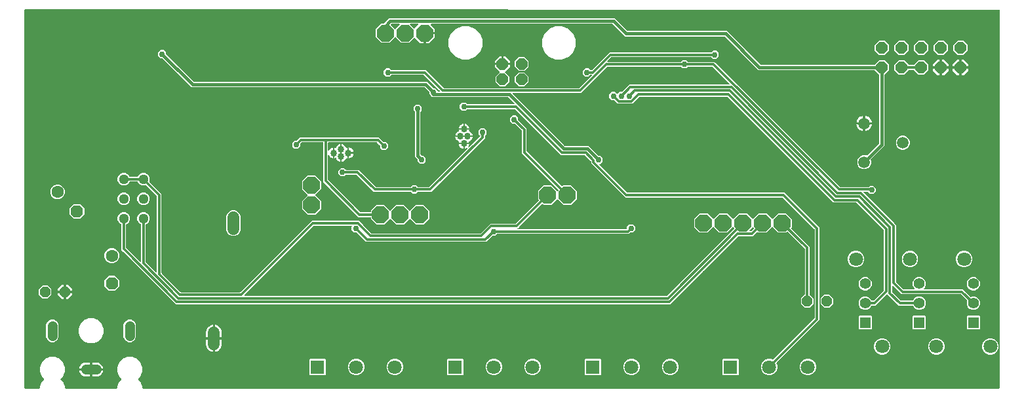
<source format=gbr>
G04 EAGLE Gerber RS-274X export*
G75*
%MOMM*%
%FSLAX34Y34*%
%LPD*%
%INBottom Copper*%
%IPPOS*%
%AMOC8*
5,1,8,0,0,1.08239X$1,22.5*%
G01*
%ADD10P,1.429621X8X202.500000*%
%ADD11C,1.498600*%
%ADD12C,0.858000*%
%ADD13P,1.578125X8X202.500000*%
%ADD14C,1.408000*%
%ADD15R,1.408000X1.408000*%
%ADD16C,1.800000*%
%ADD17P,2.336880X8X202.500000*%
%ADD18P,1.649562X8X202.500000*%
%ADD19R,1.800000X1.800000*%
%ADD20P,1.429621X8X22.500000*%
%ADD21P,2.336880X8X22.500000*%
%ADD22P,1.732040X8X337.500000*%
%ADD23C,1.600200*%
%ADD24C,1.308000*%
%ADD25P,2.336880X8X292.500000*%
%ADD26P,2.336880X8X112.500000*%
%ADD27P,1.732040X8X292.500000*%
%ADD28C,1.295400*%
%ADD29C,1.508000*%
%ADD30C,0.756400*%
%ADD31C,0.304800*%
%ADD32C,0.406400*%

G36*
X29358Y10164D02*
X29358Y10164D01*
X29377Y10162D01*
X29479Y10184D01*
X29581Y10200D01*
X29598Y10210D01*
X29618Y10214D01*
X29707Y10267D01*
X29798Y10316D01*
X29812Y10330D01*
X29829Y10340D01*
X29896Y10419D01*
X29968Y10494D01*
X29976Y10512D01*
X29989Y10527D01*
X30028Y10623D01*
X30071Y10717D01*
X30073Y10737D01*
X30081Y10755D01*
X30099Y10922D01*
X30099Y13013D01*
X32560Y18952D01*
X35367Y21760D01*
X35379Y21776D01*
X35394Y21788D01*
X35450Y21876D01*
X35511Y21959D01*
X35516Y21978D01*
X35527Y21995D01*
X35552Y22096D01*
X35583Y22195D01*
X35582Y22214D01*
X35587Y22234D01*
X35579Y22337D01*
X35577Y22440D01*
X35570Y22459D01*
X35568Y22479D01*
X35528Y22574D01*
X35492Y22671D01*
X35480Y22687D01*
X35472Y22705D01*
X35367Y22836D01*
X32560Y25644D01*
X30099Y31583D01*
X30099Y38013D01*
X32560Y43952D01*
X37106Y48498D01*
X43045Y50959D01*
X49475Y50959D01*
X55414Y48498D01*
X59960Y43952D01*
X62421Y38013D01*
X62421Y31583D01*
X59960Y25644D01*
X57153Y22836D01*
X57141Y22820D01*
X57126Y22808D01*
X57070Y22720D01*
X57009Y22637D01*
X57004Y22618D01*
X56993Y22601D01*
X56968Y22500D01*
X56937Y22401D01*
X56938Y22382D01*
X56933Y22362D01*
X56941Y22259D01*
X56943Y22156D01*
X56950Y22137D01*
X56952Y22117D01*
X56992Y22022D01*
X57028Y21925D01*
X57040Y21909D01*
X57048Y21891D01*
X57153Y21760D01*
X59960Y18952D01*
X62421Y13013D01*
X62421Y10922D01*
X62424Y10902D01*
X62422Y10883D01*
X62444Y10781D01*
X62460Y10679D01*
X62470Y10662D01*
X62474Y10642D01*
X62527Y10553D01*
X62576Y10462D01*
X62590Y10448D01*
X62600Y10431D01*
X62679Y10364D01*
X62754Y10292D01*
X62772Y10284D01*
X62787Y10271D01*
X62883Y10232D01*
X62977Y10189D01*
X62997Y10187D01*
X63015Y10179D01*
X63182Y10161D01*
X129338Y10161D01*
X129358Y10164D01*
X129377Y10162D01*
X129479Y10184D01*
X129581Y10200D01*
X129598Y10210D01*
X129618Y10214D01*
X129707Y10267D01*
X129798Y10316D01*
X129812Y10330D01*
X129829Y10340D01*
X129896Y10419D01*
X129968Y10494D01*
X129976Y10512D01*
X129989Y10527D01*
X130028Y10623D01*
X130071Y10717D01*
X130073Y10737D01*
X130081Y10755D01*
X130099Y10922D01*
X130099Y13013D01*
X132560Y18952D01*
X135367Y21760D01*
X135379Y21776D01*
X135394Y21788D01*
X135450Y21876D01*
X135511Y21959D01*
X135516Y21978D01*
X135527Y21995D01*
X135552Y22096D01*
X135583Y22195D01*
X135582Y22214D01*
X135587Y22234D01*
X135579Y22337D01*
X135577Y22440D01*
X135570Y22459D01*
X135568Y22479D01*
X135528Y22574D01*
X135492Y22671D01*
X135480Y22687D01*
X135472Y22705D01*
X135367Y22836D01*
X132560Y25644D01*
X130099Y31583D01*
X130099Y38013D01*
X132560Y43952D01*
X137106Y48498D01*
X143045Y50959D01*
X149475Y50959D01*
X155414Y48498D01*
X159960Y43952D01*
X162421Y38013D01*
X162421Y31583D01*
X159960Y25644D01*
X157153Y22836D01*
X157141Y22820D01*
X157126Y22808D01*
X157070Y22720D01*
X157009Y22637D01*
X157004Y22618D01*
X156993Y22601D01*
X156968Y22500D01*
X156937Y22401D01*
X156938Y22382D01*
X156933Y22362D01*
X156941Y22259D01*
X156943Y22156D01*
X156950Y22137D01*
X156952Y22117D01*
X156992Y22022D01*
X157028Y21925D01*
X157040Y21909D01*
X157048Y21891D01*
X157153Y21760D01*
X159960Y18952D01*
X162421Y13013D01*
X162421Y10922D01*
X162424Y10902D01*
X162422Y10883D01*
X162444Y10781D01*
X162460Y10679D01*
X162470Y10662D01*
X162474Y10642D01*
X162527Y10553D01*
X162576Y10462D01*
X162590Y10448D01*
X162600Y10431D01*
X162679Y10364D01*
X162754Y10292D01*
X162772Y10284D01*
X162787Y10271D01*
X162883Y10232D01*
X162977Y10189D01*
X162997Y10187D01*
X163015Y10179D01*
X163182Y10161D01*
X1269078Y10161D01*
X1269098Y10164D01*
X1269117Y10162D01*
X1269219Y10184D01*
X1269321Y10200D01*
X1269338Y10210D01*
X1269358Y10214D01*
X1269447Y10267D01*
X1269538Y10316D01*
X1269552Y10330D01*
X1269569Y10340D01*
X1269636Y10419D01*
X1269708Y10494D01*
X1269716Y10512D01*
X1269729Y10527D01*
X1269768Y10623D01*
X1269811Y10717D01*
X1269813Y10737D01*
X1269821Y10755D01*
X1269839Y10922D01*
X1269839Y499083D01*
X1269836Y499103D01*
X1269838Y499123D01*
X1269816Y499224D01*
X1269800Y499326D01*
X1269790Y499344D01*
X1269786Y499363D01*
X1269733Y499452D01*
X1269684Y499544D01*
X1269670Y499557D01*
X1269660Y499574D01*
X1269581Y499642D01*
X1269506Y499713D01*
X1269488Y499721D01*
X1269473Y499734D01*
X1269377Y499773D01*
X1269283Y499817D01*
X1269263Y499819D01*
X1269245Y499826D01*
X1269078Y499845D01*
X10922Y500464D01*
X10902Y500461D01*
X10883Y500463D01*
X10781Y500441D01*
X10680Y500424D01*
X10662Y500415D01*
X10642Y500411D01*
X10554Y500358D01*
X10462Y500309D01*
X10448Y500295D01*
X10431Y500284D01*
X10364Y500206D01*
X10293Y500131D01*
X10284Y500113D01*
X10271Y500098D01*
X10232Y500002D01*
X10189Y499908D01*
X10187Y499888D01*
X10179Y499869D01*
X10161Y499703D01*
X10161Y10922D01*
X10164Y10902D01*
X10162Y10883D01*
X10184Y10781D01*
X10200Y10679D01*
X10210Y10662D01*
X10214Y10642D01*
X10267Y10553D01*
X10316Y10462D01*
X10330Y10448D01*
X10340Y10431D01*
X10419Y10364D01*
X10494Y10292D01*
X10512Y10284D01*
X10527Y10271D01*
X10623Y10232D01*
X10717Y10189D01*
X10737Y10187D01*
X10755Y10179D01*
X10922Y10161D01*
X29338Y10161D01*
X29358Y10164D01*
G37*
%LPC*%
G36*
X969927Y27575D02*
X969927Y27575D01*
X966058Y29178D01*
X963098Y32138D01*
X961495Y36007D01*
X961495Y40193D01*
X963098Y44062D01*
X966058Y47022D01*
X969927Y48625D01*
X974113Y48625D01*
X976557Y47613D01*
X976670Y47586D01*
X976784Y47558D01*
X976790Y47558D01*
X976796Y47557D01*
X976913Y47568D01*
X977029Y47577D01*
X977035Y47579D01*
X977041Y47580D01*
X977148Y47628D01*
X977255Y47673D01*
X977261Y47678D01*
X977266Y47680D01*
X977279Y47692D01*
X977386Y47778D01*
X1030508Y100900D01*
X1030561Y100974D01*
X1030621Y101043D01*
X1030633Y101073D01*
X1030652Y101100D01*
X1030679Y101187D01*
X1030713Y101271D01*
X1030717Y101312D01*
X1030724Y101335D01*
X1030723Y101367D01*
X1030731Y101438D01*
X1030731Y215592D01*
X1030717Y215682D01*
X1030709Y215773D01*
X1030697Y215803D01*
X1030692Y215835D01*
X1030649Y215915D01*
X1030613Y215999D01*
X1030587Y216031D01*
X1030576Y216052D01*
X1030553Y216074D01*
X1030508Y216130D01*
X989560Y257078D01*
X989486Y257131D01*
X989417Y257191D01*
X989387Y257203D01*
X989360Y257222D01*
X989273Y257249D01*
X989189Y257283D01*
X989148Y257287D01*
X989125Y257294D01*
X989093Y257293D01*
X989022Y257301D01*
X786356Y257301D01*
X741961Y301696D01*
X741961Y303856D01*
X741947Y303946D01*
X741939Y304037D01*
X741927Y304066D01*
X741922Y304098D01*
X741879Y304179D01*
X741843Y304263D01*
X741817Y304295D01*
X741806Y304316D01*
X741783Y304338D01*
X741738Y304394D01*
X734190Y311942D01*
X734116Y311995D01*
X734046Y312055D01*
X734016Y312067D01*
X733990Y312086D01*
X733903Y312113D01*
X733818Y312147D01*
X733777Y312151D01*
X733755Y312158D01*
X733723Y312157D01*
X733652Y312165D01*
X703261Y312165D01*
X644048Y371378D01*
X643974Y371431D01*
X643904Y371491D01*
X643874Y371503D01*
X643848Y371522D01*
X643761Y371549D01*
X643676Y371583D01*
X643635Y371587D01*
X643613Y371594D01*
X643581Y371593D01*
X643510Y371601D01*
X582621Y371601D01*
X582531Y371587D01*
X582440Y371579D01*
X582411Y371567D01*
X582379Y371562D01*
X582298Y371519D01*
X582214Y371483D01*
X582182Y371457D01*
X582161Y371446D01*
X582139Y371423D01*
X582083Y371378D01*
X580048Y369343D01*
X575652Y369343D01*
X572543Y372452D01*
X572543Y376848D01*
X575652Y379957D01*
X580048Y379957D01*
X582083Y377922D01*
X582157Y377869D01*
X582227Y377809D01*
X582257Y377797D01*
X582283Y377778D01*
X582370Y377751D01*
X582455Y377717D01*
X582496Y377713D01*
X582518Y377706D01*
X582550Y377707D01*
X582621Y377699D01*
X642355Y377699D01*
X642426Y377710D01*
X642498Y377712D01*
X642547Y377730D01*
X642598Y377738D01*
X642662Y377772D01*
X642729Y377797D01*
X642770Y377829D01*
X642816Y377854D01*
X642865Y377906D01*
X642921Y377950D01*
X642949Y377994D01*
X642985Y378032D01*
X643015Y378097D01*
X643054Y378157D01*
X643067Y378208D01*
X643089Y378255D01*
X643097Y378326D01*
X643114Y378396D01*
X643110Y378448D01*
X643116Y378499D01*
X643100Y378570D01*
X643095Y378641D01*
X643075Y378689D01*
X643063Y378740D01*
X643027Y378801D01*
X642999Y378867D01*
X642954Y378923D01*
X642937Y378951D01*
X642919Y378966D01*
X642894Y378998D01*
X635020Y386872D01*
X634946Y386925D01*
X634876Y386985D01*
X634846Y386997D01*
X634820Y387016D01*
X634733Y387043D01*
X634648Y387077D01*
X634607Y387081D01*
X634585Y387088D01*
X634553Y387087D01*
X634481Y387095D01*
X537007Y387095D01*
X534919Y389183D01*
X534909Y389245D01*
X534901Y389336D01*
X534889Y389365D01*
X534884Y389397D01*
X534841Y389478D01*
X534805Y389562D01*
X534779Y389594D01*
X534768Y389615D01*
X534745Y389637D01*
X534700Y389693D01*
X533173Y391220D01*
X533173Y393379D01*
X533159Y393470D01*
X533151Y393560D01*
X533139Y393590D01*
X533134Y393622D01*
X533091Y393703D01*
X533055Y393787D01*
X533029Y393819D01*
X533018Y393840D01*
X532995Y393862D01*
X532950Y393918D01*
X527296Y399572D01*
X527222Y399625D01*
X527152Y399685D01*
X527122Y399697D01*
X527096Y399716D01*
X527009Y399743D01*
X526924Y399777D01*
X526883Y399781D01*
X526861Y399788D01*
X526829Y399787D01*
X526757Y399795D01*
X225857Y399795D01*
X223550Y402102D01*
X188460Y437192D01*
X188386Y437245D01*
X188316Y437305D01*
X188286Y437317D01*
X188260Y437336D01*
X188173Y437363D01*
X188088Y437397D01*
X188047Y437401D01*
X188025Y437408D01*
X187993Y437407D01*
X187921Y437415D01*
X185762Y437415D01*
X182653Y440524D01*
X182653Y444920D01*
X185762Y448029D01*
X190158Y448029D01*
X193267Y444920D01*
X193267Y442761D01*
X193281Y442670D01*
X193289Y442580D01*
X193301Y442550D01*
X193306Y442518D01*
X193349Y442437D01*
X193385Y442353D01*
X193411Y442321D01*
X193422Y442300D01*
X193445Y442278D01*
X193490Y442222D01*
X228580Y407132D01*
X228654Y407079D01*
X228724Y407019D01*
X228754Y407007D01*
X228780Y406988D01*
X228867Y406961D01*
X228952Y406927D01*
X228993Y406923D01*
X229015Y406916D01*
X229047Y406917D01*
X229119Y406909D01*
X530019Y406909D01*
X537980Y398948D01*
X538054Y398895D01*
X538124Y398835D01*
X538154Y398823D01*
X538180Y398804D01*
X538267Y398777D01*
X538352Y398743D01*
X538393Y398739D01*
X538415Y398732D01*
X538447Y398733D01*
X538519Y398725D01*
X540678Y398725D01*
X543787Y395616D01*
X543787Y394970D01*
X543790Y394950D01*
X543788Y394931D01*
X543810Y394829D01*
X543826Y394727D01*
X543836Y394710D01*
X543840Y394690D01*
X543893Y394601D01*
X543942Y394510D01*
X543956Y394496D01*
X543966Y394479D01*
X544045Y394412D01*
X544120Y394340D01*
X544138Y394332D01*
X544153Y394319D01*
X544249Y394280D01*
X544343Y394237D01*
X544363Y394235D01*
X544381Y394227D01*
X544548Y394209D01*
X545792Y394209D01*
X545863Y394220D01*
X545934Y394222D01*
X545983Y394240D01*
X546035Y394248D01*
X546098Y394282D01*
X546165Y394307D01*
X546206Y394339D01*
X546252Y394364D01*
X546301Y394416D01*
X546357Y394460D01*
X546386Y394504D01*
X546421Y394542D01*
X546452Y394607D01*
X546490Y394667D01*
X546503Y394718D01*
X546525Y394765D01*
X546533Y394836D01*
X546550Y394906D01*
X546546Y394958D01*
X546552Y395009D01*
X546537Y395080D01*
X546531Y395151D01*
X546511Y395199D01*
X546500Y395250D01*
X546463Y395311D01*
X546435Y395377D01*
X546390Y395433D01*
X546374Y395461D01*
X546356Y395476D01*
X546330Y395508D01*
X526010Y415828D01*
X525936Y415881D01*
X525867Y415941D01*
X525837Y415953D01*
X525810Y415972D01*
X525723Y415999D01*
X525639Y416033D01*
X525598Y416037D01*
X525575Y416044D01*
X525543Y416043D01*
X525472Y416051D01*
X484323Y416051D01*
X484233Y416037D01*
X484142Y416029D01*
X484113Y416017D01*
X484081Y416012D01*
X484000Y415969D01*
X483916Y415933D01*
X483884Y415907D01*
X483863Y415896D01*
X483841Y415873D01*
X483785Y415828D01*
X481750Y413793D01*
X477354Y413793D01*
X474245Y416902D01*
X474245Y421298D01*
X477354Y424407D01*
X481750Y424407D01*
X483785Y422372D01*
X483859Y422319D01*
X483929Y422259D01*
X483959Y422247D01*
X483985Y422228D01*
X484072Y422201D01*
X484157Y422167D01*
X484198Y422163D01*
X484220Y422156D01*
X484252Y422157D01*
X484323Y422149D01*
X528313Y422149D01*
X551458Y399004D01*
X551532Y398951D01*
X551601Y398891D01*
X551631Y398879D01*
X551658Y398860D01*
X551745Y398833D01*
X551829Y398799D01*
X551870Y398795D01*
X551893Y398788D01*
X551925Y398789D01*
X551996Y398781D01*
X726640Y398781D01*
X726730Y398795D01*
X726821Y398803D01*
X726851Y398815D01*
X726883Y398820D01*
X726963Y398863D01*
X727047Y398899D01*
X727079Y398925D01*
X727100Y398936D01*
X727122Y398959D01*
X727178Y399004D01*
X742926Y414752D01*
X742968Y414810D01*
X743017Y414862D01*
X743039Y414909D01*
X743070Y414951D01*
X743091Y415020D01*
X743121Y415085D01*
X743127Y415137D01*
X743142Y415187D01*
X743140Y415258D01*
X743148Y415329D01*
X743137Y415380D01*
X743136Y415432D01*
X743111Y415500D01*
X743096Y415570D01*
X743069Y415615D01*
X743051Y415663D01*
X743006Y415719D01*
X742970Y415781D01*
X742930Y415815D01*
X742898Y415855D01*
X742837Y415894D01*
X742783Y415941D01*
X742734Y415960D01*
X742691Y415988D01*
X742621Y416006D01*
X742555Y416033D01*
X742483Y416041D01*
X742452Y416049D01*
X742429Y416047D01*
X742388Y416051D01*
X741371Y416051D01*
X741281Y416037D01*
X741190Y416029D01*
X741161Y416017D01*
X741129Y416012D01*
X741048Y415969D01*
X740964Y415933D01*
X740932Y415907D01*
X740911Y415896D01*
X740889Y415873D01*
X740833Y415828D01*
X738798Y413793D01*
X734402Y413793D01*
X731293Y416902D01*
X731293Y421298D01*
X734402Y424407D01*
X738798Y424407D01*
X740833Y422372D01*
X740907Y422319D01*
X740977Y422259D01*
X741007Y422247D01*
X741033Y422228D01*
X741120Y422201D01*
X741205Y422167D01*
X741246Y422163D01*
X741268Y422156D01*
X741300Y422157D01*
X741371Y422149D01*
X742642Y422149D01*
X742732Y422163D01*
X742823Y422171D01*
X742853Y422183D01*
X742885Y422188D01*
X742965Y422231D01*
X743049Y422267D01*
X743081Y422293D01*
X743102Y422304D01*
X743124Y422327D01*
X743180Y422372D01*
X765817Y445009D01*
X896929Y445009D01*
X897019Y445023D01*
X897110Y445031D01*
X897139Y445043D01*
X897171Y445048D01*
X897252Y445091D01*
X897336Y445127D01*
X897368Y445153D01*
X897389Y445164D01*
X897411Y445187D01*
X897467Y445232D01*
X899502Y447267D01*
X903898Y447267D01*
X907007Y444158D01*
X907007Y439762D01*
X903898Y436653D01*
X899502Y436653D01*
X897467Y438688D01*
X897393Y438741D01*
X897323Y438801D01*
X897293Y438813D01*
X897267Y438832D01*
X897180Y438859D01*
X897095Y438893D01*
X897054Y438897D01*
X897032Y438904D01*
X897000Y438903D01*
X896929Y438911D01*
X768658Y438911D01*
X768568Y438897D01*
X768477Y438889D01*
X768447Y438877D01*
X768415Y438872D01*
X768335Y438829D01*
X768251Y438793D01*
X768219Y438767D01*
X768198Y438756D01*
X768176Y438733D01*
X768120Y438688D01*
X763294Y433862D01*
X763252Y433804D01*
X763203Y433752D01*
X763181Y433705D01*
X763150Y433663D01*
X763129Y433594D01*
X763099Y433529D01*
X763093Y433477D01*
X763078Y433427D01*
X763080Y433356D01*
X763072Y433285D01*
X763083Y433234D01*
X763084Y433182D01*
X763109Y433114D01*
X763124Y433044D01*
X763151Y432999D01*
X763169Y432951D01*
X763214Y432895D01*
X763250Y432833D01*
X763290Y432799D01*
X763322Y432759D01*
X763383Y432720D01*
X763437Y432673D01*
X763486Y432654D01*
X763529Y432626D01*
X763599Y432608D01*
X763665Y432581D01*
X763737Y432573D01*
X763768Y432565D01*
X763791Y432567D01*
X763832Y432563D01*
X857813Y432563D01*
X857903Y432577D01*
X857994Y432585D01*
X858023Y432597D01*
X858055Y432602D01*
X858136Y432645D01*
X858220Y432681D01*
X858252Y432707D01*
X858273Y432718D01*
X858295Y432741D01*
X858351Y432786D01*
X860386Y434821D01*
X864782Y434821D01*
X866817Y432786D01*
X866891Y432733D01*
X866961Y432673D01*
X866991Y432661D01*
X867017Y432642D01*
X867104Y432615D01*
X867189Y432581D01*
X867230Y432577D01*
X867252Y432570D01*
X867284Y432571D01*
X867355Y432563D01*
X901439Y432563D01*
X1063014Y270988D01*
X1063088Y270935D01*
X1063157Y270875D01*
X1063187Y270863D01*
X1063214Y270844D01*
X1063301Y270817D01*
X1063385Y270783D01*
X1063426Y270779D01*
X1063449Y270772D01*
X1063481Y270773D01*
X1063552Y270765D01*
X1100637Y270765D01*
X1100727Y270779D01*
X1100818Y270787D01*
X1100847Y270799D01*
X1100879Y270804D01*
X1100960Y270847D01*
X1101044Y270883D01*
X1101076Y270909D01*
X1101097Y270920D01*
X1101119Y270943D01*
X1101175Y270988D01*
X1102448Y272261D01*
X1106844Y272261D01*
X1109953Y269152D01*
X1109953Y264756D01*
X1106844Y261647D01*
X1102448Y261647D01*
X1099651Y264444D01*
X1099577Y264497D01*
X1099507Y264557D01*
X1099477Y264569D01*
X1099451Y264588D01*
X1099364Y264615D01*
X1099279Y264649D01*
X1099238Y264653D01*
X1099216Y264660D01*
X1099184Y264659D01*
X1099113Y264667D01*
X1094794Y264667D01*
X1094723Y264656D01*
X1094652Y264654D01*
X1094603Y264636D01*
X1094551Y264628D01*
X1094488Y264594D01*
X1094421Y264569D01*
X1094380Y264537D01*
X1094334Y264512D01*
X1094285Y264460D01*
X1094229Y264416D01*
X1094200Y264372D01*
X1094165Y264334D01*
X1094134Y264269D01*
X1094096Y264209D01*
X1094083Y264158D01*
X1094061Y264111D01*
X1094053Y264040D01*
X1094036Y263970D01*
X1094040Y263918D01*
X1094034Y263867D01*
X1094049Y263796D01*
X1094055Y263725D01*
X1094075Y263677D01*
X1094086Y263626D01*
X1094123Y263565D01*
X1094151Y263499D01*
X1094196Y263443D01*
X1094212Y263415D01*
X1094230Y263400D01*
X1094256Y263368D01*
X1133880Y223744D01*
X1135889Y221735D01*
X1135889Y148136D01*
X1135903Y148046D01*
X1135911Y147955D01*
X1135923Y147925D01*
X1135928Y147893D01*
X1135971Y147813D01*
X1136007Y147729D01*
X1136033Y147697D01*
X1136044Y147676D01*
X1136067Y147654D01*
X1136112Y147598D01*
X1145164Y138546D01*
X1145238Y138493D01*
X1145307Y138433D01*
X1145337Y138421D01*
X1145364Y138402D01*
X1145451Y138375D01*
X1145535Y138341D01*
X1145576Y138337D01*
X1145599Y138330D01*
X1145631Y138331D01*
X1145702Y138323D01*
X1159237Y138323D01*
X1159308Y138334D01*
X1159380Y138336D01*
X1159428Y138354D01*
X1159480Y138362D01*
X1159543Y138396D01*
X1159611Y138421D01*
X1159651Y138453D01*
X1159697Y138478D01*
X1159747Y138530D01*
X1159803Y138574D01*
X1159831Y138618D01*
X1159867Y138656D01*
X1159897Y138721D01*
X1159936Y138781D01*
X1159948Y138832D01*
X1159970Y138879D01*
X1159978Y138950D01*
X1159996Y139020D01*
X1159992Y139072D01*
X1159997Y139123D01*
X1159982Y139194D01*
X1159976Y139265D01*
X1159956Y139313D01*
X1159945Y139364D01*
X1159908Y139425D01*
X1159880Y139491D01*
X1159835Y139547D01*
X1159819Y139575D01*
X1159801Y139590D01*
X1159775Y139622D01*
X1158599Y140798D01*
X1157295Y143946D01*
X1157295Y147354D01*
X1158599Y150502D01*
X1161008Y152911D01*
X1164156Y154215D01*
X1167564Y154215D01*
X1170712Y152911D01*
X1173121Y150502D01*
X1174425Y147354D01*
X1174425Y143946D01*
X1173121Y140798D01*
X1171945Y139622D01*
X1171903Y139564D01*
X1171853Y139512D01*
X1171831Y139465D01*
X1171801Y139423D01*
X1171780Y139354D01*
X1171750Y139289D01*
X1171744Y139237D01*
X1171729Y139187D01*
X1171731Y139116D01*
X1171723Y139045D01*
X1171734Y138994D01*
X1171735Y138942D01*
X1171760Y138874D01*
X1171775Y138804D01*
X1171802Y138759D01*
X1171820Y138711D01*
X1171864Y138655D01*
X1171901Y138593D01*
X1171941Y138559D01*
X1171973Y138519D01*
X1172034Y138480D01*
X1172088Y138433D01*
X1172136Y138414D01*
X1172180Y138386D01*
X1172250Y138368D01*
X1172316Y138341D01*
X1172387Y138333D01*
X1172419Y138325D01*
X1172442Y138327D01*
X1172483Y138323D01*
X1222349Y138323D01*
X1224358Y136314D01*
X1231844Y128828D01*
X1231938Y128760D01*
X1232033Y128690D01*
X1232039Y128688D01*
X1232044Y128684D01*
X1232155Y128650D01*
X1232266Y128614D01*
X1232273Y128614D01*
X1232279Y128612D01*
X1232395Y128615D01*
X1232512Y128616D01*
X1232520Y128618D01*
X1232525Y128618D01*
X1232542Y128625D01*
X1232673Y128663D01*
X1234006Y129215D01*
X1237414Y129215D01*
X1240562Y127911D01*
X1242971Y125502D01*
X1244275Y122354D01*
X1244275Y118946D01*
X1242971Y115798D01*
X1240562Y113389D01*
X1237414Y112085D01*
X1234006Y112085D01*
X1230858Y113389D01*
X1228449Y115798D01*
X1227145Y118946D01*
X1227145Y122354D01*
X1227697Y123687D01*
X1227724Y123800D01*
X1227753Y123914D01*
X1227752Y123920D01*
X1227754Y123926D01*
X1227743Y124042D01*
X1227733Y124159D01*
X1227731Y124165D01*
X1227730Y124171D01*
X1227683Y124278D01*
X1227637Y124385D01*
X1227632Y124391D01*
X1227630Y124396D01*
X1227618Y124409D01*
X1227532Y124516D01*
X1220046Y132002D01*
X1219972Y132055D01*
X1219903Y132115D01*
X1219873Y132127D01*
X1219846Y132146D01*
X1219759Y132173D01*
X1219675Y132207D01*
X1219634Y132211D01*
X1219611Y132218D01*
X1219579Y132217D01*
X1219508Y132225D01*
X1142861Y132225D01*
X1140852Y134234D01*
X1132108Y142978D01*
X1132050Y143020D01*
X1131998Y143069D01*
X1131951Y143091D01*
X1131909Y143122D01*
X1131840Y143143D01*
X1131775Y143173D01*
X1131723Y143179D01*
X1131673Y143194D01*
X1131602Y143192D01*
X1131531Y143200D01*
X1131480Y143189D01*
X1131428Y143188D01*
X1131360Y143163D01*
X1131290Y143148D01*
X1131245Y143121D01*
X1131197Y143103D01*
X1131141Y143058D01*
X1131079Y143022D01*
X1131045Y142982D01*
X1131005Y142950D01*
X1130966Y142889D01*
X1130919Y142835D01*
X1130900Y142786D01*
X1130872Y142743D01*
X1130854Y142673D01*
X1130827Y142607D01*
X1130819Y142535D01*
X1130811Y142504D01*
X1130813Y142481D01*
X1130809Y142440D01*
X1130809Y135328D01*
X1130823Y135238D01*
X1130831Y135147D01*
X1130843Y135117D01*
X1130848Y135085D01*
X1130891Y135005D01*
X1130927Y134921D01*
X1130953Y134889D01*
X1130964Y134868D01*
X1130987Y134846D01*
X1131032Y134790D01*
X1141900Y123922D01*
X1141974Y123869D01*
X1142043Y123809D01*
X1142073Y123797D01*
X1142100Y123778D01*
X1142187Y123751D01*
X1142271Y123717D01*
X1142312Y123713D01*
X1142335Y123706D01*
X1142367Y123707D01*
X1142438Y123699D01*
X1157344Y123699D01*
X1157459Y123718D01*
X1157575Y123735D01*
X1157580Y123737D01*
X1157587Y123738D01*
X1157689Y123793D01*
X1157794Y123846D01*
X1157798Y123851D01*
X1157804Y123854D01*
X1157884Y123938D01*
X1157966Y124022D01*
X1157970Y124028D01*
X1157973Y124032D01*
X1157981Y124049D01*
X1158047Y124169D01*
X1158599Y125502D01*
X1161008Y127911D01*
X1164156Y129215D01*
X1167564Y129215D01*
X1170712Y127911D01*
X1173121Y125502D01*
X1174425Y122354D01*
X1174425Y118946D01*
X1173121Y115798D01*
X1170712Y113389D01*
X1167564Y112085D01*
X1164156Y112085D01*
X1161008Y113389D01*
X1158599Y115798D01*
X1158047Y117131D01*
X1157985Y117231D01*
X1157926Y117331D01*
X1157921Y117335D01*
X1157917Y117340D01*
X1157827Y117415D01*
X1157739Y117491D01*
X1157733Y117493D01*
X1157728Y117497D01*
X1157620Y117539D01*
X1157510Y117583D01*
X1157503Y117584D01*
X1157498Y117585D01*
X1157480Y117586D01*
X1157344Y117601D01*
X1139597Y117601D01*
X1125123Y132075D01*
X1125107Y132087D01*
X1125095Y132102D01*
X1125007Y132158D01*
X1124924Y132219D01*
X1124905Y132225D01*
X1124888Y132235D01*
X1124787Y132261D01*
X1124688Y132291D01*
X1124669Y132291D01*
X1124649Y132295D01*
X1124546Y132287D01*
X1124443Y132285D01*
X1124424Y132278D01*
X1124404Y132276D01*
X1124309Y132236D01*
X1124212Y132200D01*
X1124196Y132188D01*
X1124178Y132180D01*
X1124047Y132075D01*
X1111582Y119610D01*
X1109573Y117601D01*
X1104526Y117601D01*
X1104411Y117582D01*
X1104295Y117565D01*
X1104290Y117563D01*
X1104283Y117562D01*
X1104181Y117507D01*
X1104076Y117454D01*
X1104072Y117449D01*
X1104066Y117446D01*
X1103986Y117362D01*
X1103904Y117278D01*
X1103900Y117272D01*
X1103897Y117268D01*
X1103889Y117251D01*
X1103823Y117131D01*
X1103271Y115798D01*
X1100862Y113389D01*
X1097714Y112085D01*
X1094306Y112085D01*
X1091158Y113389D01*
X1088749Y115798D01*
X1087445Y118946D01*
X1087445Y122354D01*
X1088749Y125502D01*
X1091158Y127911D01*
X1094306Y129215D01*
X1097714Y129215D01*
X1100862Y127911D01*
X1103271Y125502D01*
X1103823Y124169D01*
X1103885Y124069D01*
X1103944Y123969D01*
X1103949Y123965D01*
X1103953Y123960D01*
X1104043Y123885D01*
X1104131Y123809D01*
X1104137Y123807D01*
X1104142Y123803D01*
X1104250Y123761D01*
X1104360Y123717D01*
X1104367Y123716D01*
X1104372Y123715D01*
X1104390Y123714D01*
X1104526Y123699D01*
X1106732Y123699D01*
X1106822Y123713D01*
X1106913Y123721D01*
X1106943Y123733D01*
X1106975Y123738D01*
X1107055Y123781D01*
X1107139Y123817D01*
X1107171Y123843D01*
X1107192Y123854D01*
X1107214Y123877D01*
X1107270Y123922D01*
X1119916Y136568D01*
X1119969Y136642D01*
X1120029Y136711D01*
X1120041Y136741D01*
X1120060Y136768D01*
X1120087Y136855D01*
X1120121Y136939D01*
X1120125Y136980D01*
X1120132Y137003D01*
X1120131Y137035D01*
X1120139Y137106D01*
X1120139Y215084D01*
X1120125Y215174D01*
X1120117Y215265D01*
X1120105Y215295D01*
X1120100Y215327D01*
X1120057Y215407D01*
X1120021Y215491D01*
X1119995Y215523D01*
X1119984Y215544D01*
X1119961Y215566D01*
X1119916Y215622D01*
X1084810Y250728D01*
X1084736Y250781D01*
X1084667Y250841D01*
X1084637Y250853D01*
X1084610Y250872D01*
X1084523Y250899D01*
X1084439Y250933D01*
X1084398Y250937D01*
X1084375Y250944D01*
X1084343Y250943D01*
X1084272Y250951D01*
X1054899Y250951D01*
X1052890Y252960D01*
X918470Y387380D01*
X918396Y387433D01*
X918327Y387493D01*
X918296Y387505D01*
X918270Y387524D01*
X918183Y387551D01*
X918098Y387585D01*
X918058Y387589D01*
X918035Y387596D01*
X918003Y387595D01*
X917932Y387603D01*
X804980Y387603D01*
X804890Y387589D01*
X804799Y387581D01*
X804769Y387569D01*
X804737Y387564D01*
X804657Y387521D01*
X804573Y387485D01*
X804541Y387459D01*
X804520Y387448D01*
X804498Y387425D01*
X804442Y387380D01*
X795605Y378543D01*
X776555Y378543D01*
X772008Y383090D01*
X771934Y383143D01*
X771865Y383203D01*
X771835Y383215D01*
X771808Y383234D01*
X771722Y383261D01*
X771637Y383295D01*
X771596Y383299D01*
X771573Y383306D01*
X771541Y383305D01*
X771470Y383313D01*
X768692Y383313D01*
X765583Y386422D01*
X765583Y390818D01*
X768692Y393927D01*
X773088Y393927D01*
X775531Y391484D01*
X775547Y391473D01*
X775559Y391457D01*
X775647Y391401D01*
X775730Y391341D01*
X775749Y391335D01*
X775766Y391324D01*
X775867Y391299D01*
X775966Y391268D01*
X775985Y391269D01*
X776005Y391264D01*
X776108Y391272D01*
X776211Y391275D01*
X776230Y391281D01*
X776250Y391283D01*
X776345Y391323D01*
X776442Y391359D01*
X776458Y391372D01*
X776476Y391379D01*
X776607Y391484D01*
X778852Y393729D01*
X781730Y393729D01*
X781820Y393743D01*
X781911Y393751D01*
X781941Y393763D01*
X781973Y393768D01*
X782053Y393811D01*
X782137Y393847D01*
X782169Y393873D01*
X782190Y393884D01*
X782212Y393907D01*
X782268Y393952D01*
X791415Y403099D01*
X920442Y403099D01*
X920513Y403110D01*
X920584Y403112D01*
X920633Y403130D01*
X920685Y403138D01*
X920748Y403172D01*
X920815Y403197D01*
X920856Y403229D01*
X920902Y403254D01*
X920951Y403306D01*
X921007Y403350D01*
X921036Y403394D01*
X921071Y403432D01*
X921102Y403497D01*
X921140Y403557D01*
X921153Y403608D01*
X921175Y403655D01*
X921183Y403726D01*
X921200Y403796D01*
X921196Y403848D01*
X921202Y403899D01*
X921187Y403970D01*
X921181Y404041D01*
X921161Y404089D01*
X921150Y404140D01*
X921113Y404201D01*
X921085Y404267D01*
X921040Y404323D01*
X921024Y404351D01*
X921006Y404366D01*
X920980Y404398D01*
X899136Y426242D01*
X899062Y426295D01*
X898993Y426355D01*
X898963Y426367D01*
X898936Y426386D01*
X898849Y426413D01*
X898765Y426447D01*
X898724Y426451D01*
X898701Y426458D01*
X898669Y426457D01*
X898598Y426465D01*
X867355Y426465D01*
X867265Y426451D01*
X867174Y426443D01*
X867145Y426431D01*
X867113Y426426D01*
X867032Y426383D01*
X866948Y426347D01*
X866916Y426321D01*
X866895Y426310D01*
X866873Y426287D01*
X866817Y426242D01*
X864782Y424207D01*
X860386Y424207D01*
X858351Y426242D01*
X858277Y426295D01*
X858207Y426355D01*
X858177Y426367D01*
X858151Y426386D01*
X858064Y426413D01*
X857979Y426447D01*
X857938Y426451D01*
X857916Y426458D01*
X857884Y426457D01*
X857813Y426465D01*
X763578Y426465D01*
X763488Y426451D01*
X763397Y426443D01*
X763367Y426431D01*
X763335Y426426D01*
X763255Y426383D01*
X763171Y426347D01*
X763139Y426321D01*
X763118Y426310D01*
X763096Y426287D01*
X763040Y426242D01*
X729481Y392683D01*
X641107Y392683D01*
X641036Y392672D01*
X640964Y392670D01*
X640915Y392652D01*
X640864Y392644D01*
X640800Y392610D01*
X640733Y392585D01*
X640692Y392553D01*
X640646Y392528D01*
X640597Y392476D01*
X640541Y392432D01*
X640513Y392388D01*
X640477Y392350D01*
X640447Y392285D01*
X640408Y392225D01*
X640395Y392174D01*
X640373Y392127D01*
X640365Y392056D01*
X640348Y391986D01*
X640352Y391934D01*
X640346Y391883D01*
X640362Y391812D01*
X640367Y391741D01*
X640387Y391693D01*
X640399Y391642D01*
X640435Y391581D01*
X640463Y391515D01*
X640508Y391459D01*
X640525Y391431D01*
X640543Y391416D01*
X640568Y391384D01*
X707878Y324074D01*
X707952Y324021D01*
X708022Y323961D01*
X708052Y323949D01*
X708078Y323930D01*
X708165Y323903D01*
X708250Y323869D01*
X708291Y323865D01*
X708313Y323858D01*
X708345Y323859D01*
X708417Y323851D01*
X738807Y323851D01*
X751340Y311318D01*
X751414Y311265D01*
X751484Y311205D01*
X751514Y311193D01*
X751540Y311174D01*
X751627Y311147D01*
X751712Y311113D01*
X751753Y311109D01*
X751775Y311102D01*
X751807Y311103D01*
X751879Y311095D01*
X754038Y311095D01*
X757147Y307986D01*
X757147Y303590D01*
X754038Y300481D01*
X753637Y300481D01*
X753566Y300470D01*
X753495Y300468D01*
X753446Y300450D01*
X753394Y300442D01*
X753331Y300408D01*
X753264Y300383D01*
X753223Y300351D01*
X753177Y300326D01*
X753128Y300274D01*
X753072Y300230D01*
X753043Y300186D01*
X753007Y300148D01*
X752977Y300083D01*
X752939Y300023D01*
X752926Y299972D01*
X752904Y299925D01*
X752896Y299854D01*
X752878Y299784D01*
X752883Y299732D01*
X752877Y299681D01*
X752892Y299610D01*
X752898Y299539D01*
X752918Y299491D01*
X752929Y299440D01*
X752966Y299379D01*
X752994Y299313D01*
X753039Y299257D01*
X753055Y299229D01*
X753073Y299214D01*
X753099Y299182D01*
X788659Y263622D01*
X788733Y263569D01*
X788802Y263509D01*
X788832Y263497D01*
X788859Y263478D01*
X788945Y263451D01*
X789030Y263417D01*
X789071Y263413D01*
X789094Y263406D01*
X789126Y263407D01*
X789197Y263399D01*
X991863Y263399D01*
X1036829Y218433D01*
X1036829Y98597D01*
X1034820Y96588D01*
X981698Y43466D01*
X981630Y43372D01*
X981560Y43278D01*
X981558Y43271D01*
X981554Y43266D01*
X981520Y43156D01*
X981484Y43044D01*
X981484Y43037D01*
X981482Y43031D01*
X981485Y42915D01*
X981486Y42798D01*
X981488Y42790D01*
X981488Y42786D01*
X981495Y42768D01*
X981533Y42637D01*
X982545Y40193D01*
X982545Y36007D01*
X980942Y32138D01*
X977982Y29178D01*
X974113Y27575D01*
X969927Y27575D01*
G37*
%LPD*%
%LPC*%
G36*
X1017713Y115061D02*
X1017713Y115061D01*
X1012951Y119823D01*
X1012951Y126557D01*
X1017808Y131414D01*
X1017861Y131488D01*
X1017921Y131557D01*
X1017933Y131588D01*
X1017952Y131614D01*
X1017979Y131701D01*
X1017985Y131717D01*
X1018003Y131756D01*
X1018004Y131764D01*
X1018013Y131786D01*
X1018017Y131827D01*
X1018024Y131849D01*
X1018023Y131881D01*
X1018031Y131952D01*
X1018031Y190700D01*
X1018017Y190790D01*
X1018009Y190881D01*
X1017997Y190911D01*
X1017992Y190943D01*
X1017949Y191023D01*
X1017913Y191107D01*
X1017887Y191139D01*
X1017876Y191160D01*
X1017853Y191182D01*
X1017808Y191238D01*
X996170Y212877D01*
X996154Y212888D01*
X996141Y212904D01*
X996054Y212960D01*
X995970Y213020D01*
X995951Y213026D01*
X995934Y213037D01*
X995834Y213062D01*
X995735Y213092D01*
X995715Y213092D01*
X995696Y213097D01*
X995593Y213089D01*
X995489Y213086D01*
X995470Y213079D01*
X995451Y213078D01*
X995356Y213037D01*
X995258Y213002D01*
X995243Y212989D01*
X995224Y212981D01*
X995093Y212877D01*
X994179Y211962D01*
X983973Y211962D01*
X976914Y219021D01*
X976898Y219033D01*
X976886Y219048D01*
X976798Y219104D01*
X976715Y219165D01*
X976696Y219170D01*
X976679Y219181D01*
X976578Y219206D01*
X976479Y219237D01*
X976460Y219236D01*
X976440Y219241D01*
X976337Y219233D01*
X976234Y219231D01*
X976215Y219224D01*
X976195Y219222D01*
X976100Y219182D01*
X976003Y219146D01*
X975987Y219134D01*
X975969Y219126D01*
X975838Y219021D01*
X968779Y211962D01*
X958573Y211962D01*
X957659Y212877D01*
X957643Y212888D01*
X957630Y212904D01*
X957543Y212960D01*
X957459Y213020D01*
X957440Y213026D01*
X957423Y213037D01*
X957323Y213062D01*
X957224Y213092D01*
X957204Y213092D01*
X957185Y213097D01*
X957082Y213089D01*
X956978Y213086D01*
X956959Y213079D01*
X956939Y213078D01*
X956844Y213037D01*
X956747Y213002D01*
X956731Y212989D01*
X956713Y212981D01*
X956582Y212877D01*
X953105Y209399D01*
X951096Y207390D01*
X932477Y207390D01*
X932387Y207376D01*
X932296Y207368D01*
X932266Y207356D01*
X932234Y207351D01*
X932154Y207308D01*
X932070Y207272D01*
X932038Y207246D01*
X932017Y207235D01*
X931995Y207212D01*
X931939Y207167D01*
X844151Y119379D01*
X205493Y119379D01*
X203484Y121388D01*
X137390Y187482D01*
X135381Y189491D01*
X135381Y222217D01*
X135362Y222332D01*
X135345Y222448D01*
X135343Y222454D01*
X135342Y222460D01*
X135287Y222563D01*
X135234Y222667D01*
X135229Y222672D01*
X135226Y222677D01*
X135142Y222757D01*
X135058Y222840D01*
X135052Y222843D01*
X135048Y222847D01*
X135031Y222854D01*
X134911Y222920D01*
X133897Y223340D01*
X131646Y225591D01*
X130428Y228532D01*
X130428Y231716D01*
X131646Y234657D01*
X133897Y236908D01*
X136838Y238126D01*
X140022Y238126D01*
X142963Y236908D01*
X145214Y234657D01*
X146432Y231716D01*
X146432Y228532D01*
X145214Y225591D01*
X142963Y223340D01*
X141949Y222920D01*
X141849Y222859D01*
X141749Y222799D01*
X141745Y222794D01*
X141740Y222791D01*
X141665Y222701D01*
X141589Y222612D01*
X141587Y222606D01*
X141583Y222601D01*
X141541Y222493D01*
X141497Y222384D01*
X141496Y222376D01*
X141495Y222372D01*
X141494Y222353D01*
X141479Y222217D01*
X141479Y192332D01*
X141493Y192242D01*
X141501Y192151D01*
X141513Y192121D01*
X141518Y192089D01*
X141561Y192009D01*
X141597Y191925D01*
X141623Y191893D01*
X141634Y191872D01*
X141657Y191850D01*
X141702Y191794D01*
X159482Y174014D01*
X159540Y173972D01*
X159592Y173923D01*
X159639Y173901D01*
X159681Y173870D01*
X159750Y173849D01*
X159815Y173819D01*
X159867Y173813D01*
X159917Y173798D01*
X159988Y173800D01*
X160059Y173792D01*
X160110Y173803D01*
X160162Y173804D01*
X160230Y173829D01*
X160300Y173844D01*
X160345Y173871D01*
X160393Y173889D01*
X160449Y173934D01*
X160511Y173970D01*
X160545Y174010D01*
X160585Y174042D01*
X160624Y174103D01*
X160671Y174157D01*
X160690Y174206D01*
X160718Y174249D01*
X160736Y174319D01*
X160763Y174385D01*
X160771Y174457D01*
X160779Y174488D01*
X160777Y174511D01*
X160781Y174552D01*
X160781Y222217D01*
X160762Y222332D01*
X160745Y222448D01*
X160743Y222454D01*
X160742Y222460D01*
X160687Y222563D01*
X160634Y222667D01*
X160629Y222672D01*
X160626Y222677D01*
X160542Y222757D01*
X160458Y222840D01*
X160452Y222843D01*
X160448Y222847D01*
X160431Y222854D01*
X160311Y222920D01*
X159297Y223340D01*
X157046Y225591D01*
X155828Y228532D01*
X155828Y231716D01*
X157046Y234657D01*
X159297Y236908D01*
X162238Y238126D01*
X165422Y238126D01*
X168363Y236908D01*
X170614Y234657D01*
X171832Y231716D01*
X171832Y228532D01*
X170614Y225591D01*
X168363Y223340D01*
X167349Y222920D01*
X167249Y222859D01*
X167149Y222799D01*
X167145Y222794D01*
X167140Y222791D01*
X167065Y222701D01*
X166989Y222612D01*
X166987Y222606D01*
X166983Y222601D01*
X166941Y222493D01*
X166897Y222384D01*
X166896Y222376D01*
X166895Y222372D01*
X166894Y222353D01*
X166879Y222217D01*
X166879Y173536D01*
X166893Y173446D01*
X166901Y173355D01*
X166913Y173325D01*
X166918Y173293D01*
X166961Y173213D01*
X166997Y173129D01*
X167023Y173097D01*
X167034Y173076D01*
X167057Y173054D01*
X167102Y172998D01*
X179802Y160298D01*
X179860Y160256D01*
X179912Y160207D01*
X179959Y160185D01*
X180001Y160154D01*
X180070Y160133D01*
X180135Y160103D01*
X180187Y160097D01*
X180237Y160082D01*
X180308Y160084D01*
X180379Y160076D01*
X180430Y160087D01*
X180482Y160088D01*
X180550Y160113D01*
X180620Y160128D01*
X180665Y160155D01*
X180713Y160173D01*
X180769Y160218D01*
X180831Y160254D01*
X180865Y160294D01*
X180905Y160326D01*
X180944Y160387D01*
X180991Y160441D01*
X181010Y160490D01*
X181038Y160533D01*
X181056Y160603D01*
X181083Y160669D01*
X181091Y160741D01*
X181099Y160772D01*
X181097Y160795D01*
X181101Y160836D01*
X181101Y259026D01*
X181087Y259116D01*
X181079Y259207D01*
X181067Y259237D01*
X181062Y259269D01*
X181019Y259349D01*
X180983Y259433D01*
X180957Y259465D01*
X180946Y259486D01*
X180923Y259508D01*
X180878Y259564D01*
X167265Y273177D01*
X167170Y273245D01*
X167076Y273315D01*
X167070Y273317D01*
X167065Y273321D01*
X166954Y273355D01*
X166843Y273391D01*
X166836Y273391D01*
X166830Y273393D01*
X166714Y273390D01*
X166597Y273389D01*
X166589Y273387D01*
X166584Y273387D01*
X166567Y273380D01*
X166436Y273342D01*
X165422Y272922D01*
X162238Y272922D01*
X159297Y274140D01*
X157046Y276391D01*
X156626Y277405D01*
X156565Y277505D01*
X156505Y277605D01*
X156500Y277609D01*
X156497Y277614D01*
X156407Y277689D01*
X156318Y277765D01*
X156312Y277767D01*
X156307Y277771D01*
X156199Y277813D01*
X156090Y277857D01*
X156082Y277858D01*
X156078Y277859D01*
X156059Y277860D01*
X155923Y277875D01*
X146337Y277875D01*
X146222Y277856D01*
X146106Y277839D01*
X146100Y277837D01*
X146094Y277836D01*
X145991Y277781D01*
X145887Y277728D01*
X145882Y277723D01*
X145877Y277720D01*
X145797Y277636D01*
X145714Y277552D01*
X145711Y277546D01*
X145707Y277542D01*
X145700Y277525D01*
X145634Y277405D01*
X145214Y276391D01*
X142963Y274140D01*
X140022Y272922D01*
X136838Y272922D01*
X133897Y274140D01*
X131646Y276391D01*
X130428Y279332D01*
X130428Y282516D01*
X131646Y285457D01*
X133897Y287708D01*
X136838Y288926D01*
X140022Y288926D01*
X142963Y287708D01*
X145214Y285457D01*
X145634Y284443D01*
X145695Y284343D01*
X145755Y284243D01*
X145760Y284239D01*
X145763Y284234D01*
X145853Y284159D01*
X145942Y284083D01*
X145948Y284081D01*
X145953Y284077D01*
X146061Y284035D01*
X146170Y283991D01*
X146178Y283990D01*
X146182Y283989D01*
X146201Y283988D01*
X146337Y283973D01*
X155923Y283973D01*
X156038Y283992D01*
X156154Y284009D01*
X156160Y284011D01*
X156166Y284012D01*
X156269Y284067D01*
X156373Y284120D01*
X156378Y284125D01*
X156383Y284128D01*
X156463Y284212D01*
X156546Y284296D01*
X156549Y284302D01*
X156553Y284306D01*
X156560Y284323D01*
X156626Y284443D01*
X157046Y285457D01*
X159297Y287708D01*
X162238Y288926D01*
X165422Y288926D01*
X168363Y287708D01*
X170614Y285457D01*
X171832Y282516D01*
X171832Y279332D01*
X171412Y278318D01*
X171385Y278205D01*
X171357Y278091D01*
X171357Y278085D01*
X171356Y278079D01*
X171367Y277962D01*
X171376Y277846D01*
X171378Y277840D01*
X171379Y277834D01*
X171427Y277727D01*
X171472Y277620D01*
X171477Y277614D01*
X171479Y277609D01*
X171491Y277596D01*
X171577Y277489D01*
X187199Y261867D01*
X187199Y159682D01*
X187213Y159592D01*
X187221Y159501D01*
X187233Y159471D01*
X187238Y159439D01*
X187281Y159359D01*
X187317Y159275D01*
X187343Y159243D01*
X187354Y159222D01*
X187377Y159200D01*
X187422Y159144D01*
X211722Y134844D01*
X211796Y134791D01*
X211865Y134731D01*
X211895Y134719D01*
X211921Y134700D01*
X212008Y134673D01*
X212093Y134639D01*
X212134Y134635D01*
X212157Y134628D01*
X212189Y134629D01*
X212260Y134621D01*
X288744Y134621D01*
X288834Y134635D01*
X288925Y134643D01*
X288955Y134655D01*
X288987Y134660D01*
X289067Y134703D01*
X289151Y134739D01*
X289183Y134765D01*
X289204Y134776D01*
X289226Y134799D01*
X289282Y134844D01*
X381487Y227049D01*
X442242Y227049D01*
X448039Y221251D01*
X448044Y221226D01*
X448051Y221135D01*
X448063Y221105D01*
X448068Y221073D01*
X448111Y220993D01*
X448147Y220909D01*
X448173Y220877D01*
X448184Y220856D01*
X448207Y220834D01*
X448252Y220778D01*
X458240Y210790D01*
X458314Y210737D01*
X458383Y210677D01*
X458413Y210665D01*
X458440Y210646D01*
X458527Y210619D01*
X458611Y210585D01*
X458652Y210581D01*
X458675Y210574D01*
X458707Y210575D01*
X458778Y210567D01*
X598871Y210567D01*
X598961Y210581D01*
X599052Y210589D01*
X599082Y210601D01*
X599113Y210606D01*
X599194Y210649D01*
X599278Y210685D01*
X599310Y210711D01*
X599331Y210722D01*
X599353Y210745D01*
X599409Y210790D01*
X611858Y223239D01*
X644062Y223239D01*
X644152Y223253D01*
X644243Y223261D01*
X644273Y223273D01*
X644305Y223278D01*
X644385Y223321D01*
X644469Y223357D01*
X644501Y223383D01*
X644522Y223394D01*
X644544Y223417D01*
X644600Y223462D01*
X674395Y253256D01*
X674406Y253272D01*
X674422Y253285D01*
X674478Y253372D01*
X674538Y253456D01*
X674544Y253475D01*
X674555Y253492D01*
X674580Y253592D01*
X674610Y253691D01*
X674610Y253711D01*
X674615Y253730D01*
X674607Y253833D01*
X674604Y253937D01*
X674597Y253956D01*
X674596Y253975D01*
X674555Y254070D01*
X674520Y254168D01*
X674507Y254183D01*
X674499Y254202D01*
X674395Y254333D01*
X673480Y255247D01*
X673480Y265453D01*
X680697Y272670D01*
X690903Y272670D01*
X697962Y265611D01*
X697978Y265599D01*
X697990Y265584D01*
X698078Y265528D01*
X698161Y265467D01*
X698180Y265462D01*
X698197Y265451D01*
X698298Y265426D01*
X698397Y265395D01*
X698416Y265396D01*
X698436Y265391D01*
X698539Y265399D01*
X698642Y265401D01*
X698661Y265408D01*
X698681Y265410D01*
X698776Y265450D01*
X698873Y265486D01*
X698889Y265498D01*
X698907Y265506D01*
X699038Y265611D01*
X699795Y266367D01*
X699806Y266383D01*
X699822Y266396D01*
X699878Y266483D01*
X699938Y266567D01*
X699944Y266586D01*
X699955Y266603D01*
X699980Y266703D01*
X700010Y266802D01*
X700010Y266822D01*
X700015Y266841D01*
X700007Y266944D01*
X700004Y267048D01*
X699997Y267067D01*
X699996Y267087D01*
X699955Y267181D01*
X699920Y267279D01*
X699907Y267295D01*
X699899Y267313D01*
X699795Y267444D01*
X652779Y314459D01*
X652779Y343354D01*
X652765Y343444D01*
X652757Y343535D01*
X652745Y343565D01*
X652740Y343597D01*
X652697Y343677D01*
X652661Y343761D01*
X652635Y343793D01*
X652624Y343814D01*
X652601Y343836D01*
X652556Y343892D01*
X643838Y352610D01*
X643764Y352663D01*
X643695Y352723D01*
X643665Y352735D01*
X643638Y352754D01*
X643551Y352781D01*
X643467Y352815D01*
X643426Y352819D01*
X643403Y352826D01*
X643371Y352825D01*
X643300Y352833D01*
X640422Y352833D01*
X637313Y355942D01*
X637313Y360338D01*
X640422Y363447D01*
X644818Y363447D01*
X647927Y360338D01*
X647927Y357460D01*
X647941Y357370D01*
X647949Y357279D01*
X647961Y357249D01*
X647966Y357217D01*
X648009Y357137D01*
X648045Y357053D01*
X648071Y357021D01*
X648082Y357000D01*
X648105Y356978D01*
X648150Y356922D01*
X658877Y346195D01*
X658877Y317300D01*
X658891Y317210D01*
X658899Y317119D01*
X658911Y317089D01*
X658916Y317057D01*
X658959Y316977D01*
X658995Y316893D01*
X659021Y316861D01*
X659032Y316840D01*
X659055Y316818D01*
X659100Y316762D01*
X704106Y271755D01*
X704122Y271744D01*
X704135Y271728D01*
X704222Y271672D01*
X704306Y271612D01*
X704325Y271606D01*
X704342Y271595D01*
X704442Y271570D01*
X704541Y271540D01*
X704561Y271540D01*
X704580Y271535D01*
X704683Y271543D01*
X704787Y271546D01*
X704806Y271553D01*
X704825Y271554D01*
X704920Y271595D01*
X705018Y271630D01*
X705033Y271643D01*
X705052Y271651D01*
X705183Y271755D01*
X706097Y272670D01*
X716303Y272670D01*
X723520Y265453D01*
X723520Y255247D01*
X716303Y248030D01*
X706097Y248030D01*
X699038Y255089D01*
X699022Y255101D01*
X699010Y255116D01*
X698930Y255167D01*
X698924Y255173D01*
X698919Y255175D01*
X698839Y255233D01*
X698820Y255238D01*
X698803Y255249D01*
X698702Y255274D01*
X698603Y255305D01*
X698584Y255304D01*
X698564Y255309D01*
X698461Y255301D01*
X698358Y255299D01*
X698339Y255292D01*
X698319Y255290D01*
X698224Y255250D01*
X698127Y255214D01*
X698111Y255202D01*
X698093Y255194D01*
X697962Y255089D01*
X690903Y248030D01*
X680697Y248030D01*
X679783Y248945D01*
X679767Y248956D01*
X679754Y248972D01*
X679667Y249028D01*
X679583Y249088D01*
X679564Y249094D01*
X679547Y249105D01*
X679447Y249130D01*
X679348Y249160D01*
X679328Y249160D01*
X679309Y249165D01*
X679206Y249157D01*
X679102Y249154D01*
X679083Y249147D01*
X679063Y249146D01*
X678969Y249105D01*
X678871Y249070D01*
X678855Y249057D01*
X678837Y249049D01*
X678706Y248945D01*
X648912Y219150D01*
X647216Y217454D01*
X647174Y217396D01*
X647125Y217344D01*
X647103Y217297D01*
X647072Y217255D01*
X647051Y217186D01*
X647021Y217121D01*
X647015Y217069D01*
X647000Y217019D01*
X647002Y216948D01*
X646994Y216877D01*
X647005Y216826D01*
X647006Y216774D01*
X647031Y216706D01*
X647046Y216636D01*
X647073Y216591D01*
X647091Y216543D01*
X647136Y216487D01*
X647172Y216425D01*
X647212Y216391D01*
X647244Y216351D01*
X647305Y216312D01*
X647359Y216265D01*
X647408Y216246D01*
X647451Y216218D01*
X647521Y216200D01*
X647587Y216173D01*
X647659Y216165D01*
X647690Y216157D01*
X647713Y216159D01*
X647754Y216155D01*
X787682Y216155D01*
X787702Y216158D01*
X787721Y216156D01*
X787823Y216178D01*
X787925Y216194D01*
X787942Y216204D01*
X787962Y216208D01*
X788051Y216261D01*
X788142Y216310D01*
X788156Y216324D01*
X788173Y216334D01*
X788240Y216413D01*
X788312Y216488D01*
X788320Y216506D01*
X788333Y216521D01*
X788372Y216617D01*
X788415Y216711D01*
X788417Y216731D01*
X788425Y216749D01*
X788443Y216916D01*
X788443Y219368D01*
X791552Y222477D01*
X795948Y222477D01*
X799057Y219368D01*
X799057Y214972D01*
X795948Y211863D01*
X793070Y211863D01*
X792980Y211849D01*
X792889Y211841D01*
X792859Y211829D01*
X792827Y211824D01*
X792747Y211781D01*
X792663Y211745D01*
X792631Y211719D01*
X792610Y211708D01*
X792588Y211685D01*
X792532Y211640D01*
X790949Y210057D01*
X620467Y210057D01*
X620377Y210043D01*
X620286Y210035D01*
X620257Y210023D01*
X620225Y210018D01*
X620144Y209975D01*
X620060Y209939D01*
X620028Y209913D01*
X620007Y209902D01*
X619985Y209879D01*
X619929Y209834D01*
X618148Y208053D01*
X615270Y208053D01*
X615180Y208039D01*
X615089Y208031D01*
X615059Y208019D01*
X615027Y208014D01*
X614947Y207971D01*
X614863Y207935D01*
X614831Y207909D01*
X614810Y207898D01*
X614788Y207875D01*
X614732Y207830D01*
X608808Y201906D01*
X606799Y199897D01*
X451111Y199897D01*
X439368Y211640D01*
X439294Y211693D01*
X439225Y211753D01*
X439195Y211765D01*
X439168Y211784D01*
X439081Y211811D01*
X438997Y211845D01*
X438956Y211849D01*
X438933Y211856D01*
X438901Y211855D01*
X438830Y211863D01*
X435952Y211863D01*
X432843Y214972D01*
X432843Y219368D01*
X433127Y219652D01*
X433169Y219710D01*
X433218Y219762D01*
X433240Y219809D01*
X433270Y219851D01*
X433292Y219920D01*
X433322Y219985D01*
X433327Y220037D01*
X433343Y220087D01*
X433341Y220158D01*
X433349Y220229D01*
X433338Y220280D01*
X433336Y220332D01*
X433312Y220400D01*
X433297Y220470D01*
X433270Y220515D01*
X433252Y220563D01*
X433207Y220619D01*
X433170Y220681D01*
X433131Y220715D01*
X433098Y220755D01*
X433038Y220794D01*
X432983Y220841D01*
X432935Y220860D01*
X432891Y220888D01*
X432822Y220906D01*
X432755Y220933D01*
X432684Y220941D01*
X432653Y220949D01*
X432630Y220947D01*
X432589Y220951D01*
X384328Y220951D01*
X384238Y220937D01*
X384147Y220929D01*
X384117Y220917D01*
X384085Y220912D01*
X384005Y220869D01*
X383921Y220833D01*
X383889Y220807D01*
X383868Y220796D01*
X383846Y220773D01*
X383790Y220728D01*
X294410Y131348D01*
X294368Y131290D01*
X294319Y131238D01*
X294297Y131191D01*
X294266Y131149D01*
X294245Y131080D01*
X294215Y131015D01*
X294209Y130963D01*
X294194Y130913D01*
X294196Y130842D01*
X294188Y130771D01*
X294199Y130720D01*
X294200Y130668D01*
X294225Y130600D01*
X294240Y130530D01*
X294267Y130486D01*
X294285Y130437D01*
X294330Y130381D01*
X294366Y130319D01*
X294406Y130285D01*
X294438Y130245D01*
X294499Y130206D01*
X294553Y130159D01*
X294602Y130140D01*
X294645Y130112D01*
X294715Y130094D01*
X294781Y130067D01*
X294853Y130059D01*
X294884Y130051D01*
X294907Y130053D01*
X294948Y130049D01*
X839416Y130049D01*
X839506Y130063D01*
X839597Y130071D01*
X839627Y130083D01*
X839659Y130088D01*
X839739Y130131D01*
X839823Y130167D01*
X839855Y130193D01*
X839876Y130204D01*
X839898Y130227D01*
X839954Y130272D01*
X926871Y217188D01*
X926882Y217204D01*
X926898Y217217D01*
X926954Y217304D01*
X927014Y217388D01*
X927020Y217407D01*
X927031Y217424D01*
X927056Y217524D01*
X927086Y217623D01*
X927086Y217643D01*
X927091Y217662D01*
X927083Y217765D01*
X927080Y217869D01*
X927073Y217888D01*
X927072Y217907D01*
X927031Y218002D01*
X926996Y218100D01*
X926983Y218115D01*
X926975Y218134D01*
X926871Y218265D01*
X926114Y219021D01*
X926098Y219033D01*
X926086Y219048D01*
X925999Y219104D01*
X925915Y219165D01*
X925895Y219170D01*
X925879Y219181D01*
X925778Y219206D01*
X925679Y219237D01*
X925660Y219236D01*
X925640Y219241D01*
X925537Y219233D01*
X925434Y219231D01*
X925415Y219224D01*
X925395Y219222D01*
X925300Y219182D01*
X925203Y219146D01*
X925187Y219134D01*
X925169Y219126D01*
X925038Y219021D01*
X917979Y211962D01*
X907773Y211962D01*
X900714Y219021D01*
X900698Y219033D01*
X900686Y219048D01*
X900598Y219104D01*
X900515Y219165D01*
X900496Y219170D01*
X900479Y219181D01*
X900378Y219206D01*
X900279Y219237D01*
X900260Y219236D01*
X900240Y219241D01*
X900137Y219233D01*
X900034Y219231D01*
X900015Y219224D01*
X899995Y219222D01*
X899900Y219182D01*
X899803Y219146D01*
X899787Y219134D01*
X899769Y219126D01*
X899638Y219021D01*
X892579Y211962D01*
X882373Y211962D01*
X875156Y219179D01*
X875156Y229385D01*
X882373Y236602D01*
X892579Y236602D01*
X899638Y229543D01*
X899654Y229531D01*
X899666Y229516D01*
X899754Y229460D01*
X899837Y229399D01*
X899856Y229394D01*
X899873Y229383D01*
X899974Y229358D01*
X900073Y229327D01*
X900092Y229328D01*
X900112Y229323D01*
X900215Y229331D01*
X900318Y229333D01*
X900337Y229340D01*
X900357Y229342D01*
X900452Y229382D01*
X900549Y229418D01*
X900565Y229430D01*
X900583Y229438D01*
X900714Y229543D01*
X907773Y236602D01*
X917979Y236602D01*
X925038Y229543D01*
X925054Y229531D01*
X925066Y229516D01*
X925154Y229460D01*
X925237Y229399D01*
X925256Y229394D01*
X925273Y229383D01*
X925374Y229358D01*
X925473Y229327D01*
X925492Y229328D01*
X925512Y229323D01*
X925615Y229331D01*
X925718Y229333D01*
X925737Y229340D01*
X925757Y229342D01*
X925852Y229382D01*
X925949Y229418D01*
X925965Y229430D01*
X925983Y229438D01*
X926114Y229543D01*
X933173Y236602D01*
X943379Y236602D01*
X950438Y229543D01*
X950454Y229531D01*
X950466Y229516D01*
X950554Y229460D01*
X950637Y229399D01*
X950656Y229394D01*
X950673Y229383D01*
X950774Y229358D01*
X950873Y229327D01*
X950892Y229328D01*
X950912Y229323D01*
X951015Y229331D01*
X951118Y229333D01*
X951137Y229340D01*
X951157Y229342D01*
X951252Y229382D01*
X951349Y229418D01*
X951365Y229430D01*
X951383Y229438D01*
X951514Y229543D01*
X958573Y236602D01*
X968779Y236602D01*
X975838Y229543D01*
X975854Y229531D01*
X975866Y229516D01*
X975954Y229460D01*
X976037Y229399D01*
X976056Y229394D01*
X976073Y229383D01*
X976174Y229358D01*
X976273Y229327D01*
X976292Y229328D01*
X976312Y229323D01*
X976415Y229331D01*
X976518Y229333D01*
X976537Y229340D01*
X976557Y229342D01*
X976652Y229382D01*
X976749Y229418D01*
X976765Y229430D01*
X976783Y229438D01*
X976914Y229543D01*
X983973Y236602D01*
X994179Y236602D01*
X1001396Y229385D01*
X1001396Y219179D01*
X1000481Y218265D01*
X1000470Y218249D01*
X1000454Y218236D01*
X1000398Y218149D01*
X1000338Y218065D01*
X1000332Y218046D01*
X1000321Y218029D01*
X1000296Y217929D01*
X1000266Y217830D01*
X1000266Y217810D01*
X1000261Y217791D01*
X1000269Y217688D01*
X1000272Y217584D01*
X1000279Y217565D01*
X1000280Y217545D01*
X1000321Y217451D01*
X1000356Y217353D01*
X1000369Y217337D01*
X1000377Y217319D01*
X1000481Y217188D01*
X1024129Y193541D01*
X1024129Y131952D01*
X1024131Y131936D01*
X1024130Y131921D01*
X1024144Y131856D01*
X1024151Y131771D01*
X1024163Y131742D01*
X1024168Y131710D01*
X1024181Y131686D01*
X1024182Y131681D01*
X1024196Y131657D01*
X1024211Y131629D01*
X1024247Y131545D01*
X1024273Y131513D01*
X1024284Y131492D01*
X1024307Y131470D01*
X1024352Y131414D01*
X1029209Y126557D01*
X1029209Y119823D01*
X1024447Y115061D01*
X1017713Y115061D01*
G37*
%LPD*%
%LPC*%
G36*
X1092946Y294004D02*
X1092946Y294004D01*
X1089632Y295377D01*
X1087095Y297914D01*
X1085722Y301228D01*
X1085722Y304816D01*
X1087095Y308130D01*
X1089632Y310667D01*
X1092946Y312040D01*
X1096534Y312040D01*
X1097615Y311592D01*
X1097729Y311565D01*
X1097842Y311537D01*
X1097849Y311537D01*
X1097855Y311536D01*
X1097971Y311547D01*
X1098088Y311556D01*
X1098093Y311558D01*
X1098100Y311559D01*
X1098207Y311607D01*
X1098314Y311652D01*
X1098320Y311657D01*
X1098324Y311659D01*
X1098338Y311671D01*
X1098445Y311757D01*
X1113820Y327132D01*
X1113873Y327206D01*
X1113933Y327276D01*
X1113945Y327306D01*
X1113964Y327332D01*
X1113991Y327419D01*
X1114025Y327504D01*
X1114029Y327545D01*
X1114036Y327567D01*
X1114035Y327599D01*
X1114043Y327671D01*
X1114043Y415759D01*
X1114029Y415849D01*
X1114021Y415940D01*
X1114009Y415970D01*
X1114004Y416002D01*
X1113961Y416082D01*
X1113925Y416166D01*
X1113899Y416198D01*
X1113888Y416219D01*
X1113865Y416241D01*
X1113820Y416297D01*
X1108447Y421670D01*
X1108373Y421723D01*
X1108304Y421783D01*
X1108274Y421795D01*
X1108247Y421814D01*
X1108160Y421841D01*
X1108076Y421875D01*
X1108035Y421879D01*
X1108012Y421886D01*
X1107980Y421885D01*
X1107909Y421893D01*
X958044Y421893D01*
X914579Y465358D01*
X914505Y465411D01*
X914436Y465471D01*
X914406Y465483D01*
X914379Y465502D01*
X914292Y465529D01*
X914208Y465563D01*
X914167Y465567D01*
X914144Y465574D01*
X914112Y465573D01*
X914041Y465581D01*
X786096Y465581D01*
X770061Y481616D01*
X769987Y481669D01*
X769917Y481729D01*
X769887Y481741D01*
X769861Y481760D01*
X769774Y481787D01*
X769689Y481821D01*
X769648Y481825D01*
X769626Y481832D01*
X769594Y481831D01*
X769522Y481839D01*
X535808Y481839D01*
X535737Y481828D01*
X535666Y481826D01*
X535617Y481808D01*
X535565Y481800D01*
X535502Y481766D01*
X535435Y481741D01*
X535394Y481709D01*
X535348Y481684D01*
X535299Y481632D01*
X535243Y481588D01*
X535214Y481544D01*
X535179Y481506D01*
X535148Y481441D01*
X535110Y481381D01*
X535097Y481330D01*
X535075Y481283D01*
X535067Y481212D01*
X535050Y481142D01*
X535054Y481090D01*
X535048Y481039D01*
X535063Y480968D01*
X535069Y480897D01*
X535089Y480849D01*
X535100Y480798D01*
X535137Y480737D01*
X535165Y480671D01*
X535210Y480615D01*
X535226Y480587D01*
X535244Y480572D01*
X535270Y480540D01*
X540386Y475424D01*
X540386Y471423D01*
X527812Y471423D01*
X527792Y471420D01*
X527773Y471422D01*
X527671Y471400D01*
X527569Y471383D01*
X527552Y471374D01*
X527532Y471370D01*
X527443Y471317D01*
X527352Y471268D01*
X527338Y471254D01*
X527321Y471244D01*
X527254Y471165D01*
X527183Y471090D01*
X527174Y471072D01*
X527161Y471057D01*
X527123Y470961D01*
X527079Y470867D01*
X527077Y470847D01*
X527069Y470829D01*
X527051Y470662D01*
X527051Y469899D01*
X526288Y469899D01*
X526268Y469896D01*
X526249Y469898D01*
X526147Y469876D01*
X526045Y469859D01*
X526028Y469850D01*
X526008Y469846D01*
X525919Y469793D01*
X525828Y469744D01*
X525814Y469730D01*
X525797Y469720D01*
X525730Y469641D01*
X525659Y469566D01*
X525650Y469548D01*
X525637Y469533D01*
X525598Y469437D01*
X525555Y469343D01*
X525553Y469323D01*
X525545Y469305D01*
X525527Y469138D01*
X525527Y456564D01*
X521526Y456564D01*
X514170Y463921D01*
X514154Y463932D01*
X514141Y463948D01*
X514054Y464004D01*
X513970Y464064D01*
X513951Y464070D01*
X513934Y464081D01*
X513834Y464106D01*
X513735Y464136D01*
X513715Y464136D01*
X513696Y464141D01*
X513593Y464133D01*
X513489Y464130D01*
X513470Y464123D01*
X513451Y464122D01*
X513356Y464081D01*
X513258Y464046D01*
X513243Y464033D01*
X513224Y464025D01*
X513093Y463921D01*
X506753Y457580D01*
X496547Y457580D01*
X489488Y464639D01*
X489472Y464651D01*
X489460Y464666D01*
X489372Y464722D01*
X489289Y464783D01*
X489270Y464788D01*
X489253Y464799D01*
X489152Y464824D01*
X489053Y464855D01*
X489034Y464854D01*
X489014Y464859D01*
X488911Y464851D01*
X488808Y464849D01*
X488789Y464842D01*
X488769Y464840D01*
X488674Y464800D01*
X488577Y464764D01*
X488561Y464752D01*
X488543Y464744D01*
X488412Y464639D01*
X481353Y457580D01*
X471147Y457580D01*
X463930Y464797D01*
X463930Y475003D01*
X471147Y482220D01*
X474078Y482220D01*
X474169Y482234D01*
X474259Y482242D01*
X474289Y482254D01*
X474321Y482259D01*
X474402Y482302D01*
X474486Y482338D01*
X474518Y482364D01*
X474539Y482375D01*
X474561Y482398D01*
X474617Y482443D01*
X481127Y488953D01*
X772784Y488953D01*
X788819Y472918D01*
X788893Y472865D01*
X788963Y472805D01*
X788993Y472793D01*
X789019Y472774D01*
X789106Y472747D01*
X789191Y472713D01*
X789232Y472709D01*
X789254Y472702D01*
X789286Y472703D01*
X789358Y472695D01*
X917303Y472695D01*
X960768Y429230D01*
X960842Y429177D01*
X960911Y429117D01*
X960941Y429105D01*
X960967Y429086D01*
X961054Y429059D01*
X961139Y429025D01*
X961180Y429021D01*
X961202Y429014D01*
X961235Y429015D01*
X961306Y429007D01*
X1107909Y429007D01*
X1107999Y429021D01*
X1108090Y429029D01*
X1108120Y429041D01*
X1108152Y429046D01*
X1108232Y429089D01*
X1108316Y429125D01*
X1108348Y429151D01*
X1108369Y429162D01*
X1108391Y429185D01*
X1108447Y429230D01*
X1113812Y434595D01*
X1121388Y434595D01*
X1126745Y429238D01*
X1126745Y421662D01*
X1121380Y416297D01*
X1121327Y416223D01*
X1121267Y416154D01*
X1121255Y416124D01*
X1121236Y416097D01*
X1121209Y416010D01*
X1121175Y415926D01*
X1121171Y415885D01*
X1121164Y415862D01*
X1121165Y415830D01*
X1121157Y415759D01*
X1121157Y324409D01*
X1103475Y306727D01*
X1103407Y306633D01*
X1103337Y306538D01*
X1103335Y306532D01*
X1103331Y306527D01*
X1103297Y306416D01*
X1103261Y306304D01*
X1103261Y306298D01*
X1103259Y306292D01*
X1103262Y306175D01*
X1103263Y306058D01*
X1103265Y306051D01*
X1103265Y306046D01*
X1103272Y306029D01*
X1103310Y305897D01*
X1103758Y304816D01*
X1103758Y301228D01*
X1102385Y297914D01*
X1099848Y295377D01*
X1096534Y294004D01*
X1092946Y294004D01*
G37*
%LPD*%
%LPC*%
G36*
X464797Y222630D02*
X464797Y222630D01*
X457580Y229847D01*
X457580Y231140D01*
X457577Y231160D01*
X457579Y231179D01*
X457557Y231281D01*
X457541Y231383D01*
X457531Y231400D01*
X457527Y231420D01*
X457474Y231509D01*
X457425Y231600D01*
X457411Y231614D01*
X457401Y231631D01*
X457322Y231698D01*
X457247Y231770D01*
X457229Y231778D01*
X457214Y231791D01*
X457118Y231830D01*
X457024Y231873D01*
X457004Y231875D01*
X456986Y231883D01*
X456819Y231901D01*
X441706Y231901D01*
X396013Y277594D01*
X396013Y327914D01*
X396010Y327934D01*
X396012Y327953D01*
X395990Y328055D01*
X395974Y328157D01*
X395964Y328174D01*
X395960Y328194D01*
X395907Y328283D01*
X395858Y328374D01*
X395844Y328388D01*
X395834Y328405D01*
X395755Y328472D01*
X395680Y328544D01*
X395662Y328552D01*
X395647Y328565D01*
X395551Y328604D01*
X395457Y328647D01*
X395437Y328649D01*
X395419Y328657D01*
X395252Y328675D01*
X368862Y328675D01*
X368772Y328661D01*
X368681Y328653D01*
X368651Y328641D01*
X368619Y328636D01*
X368539Y328593D01*
X368455Y328557D01*
X368423Y328531D01*
X368402Y328520D01*
X368380Y328497D01*
X368324Y328452D01*
X366718Y326846D01*
X366665Y326772D01*
X366605Y326703D01*
X366593Y326673D01*
X366574Y326646D01*
X366547Y326559D01*
X366513Y326475D01*
X366509Y326434D01*
X366502Y326411D01*
X366503Y326379D01*
X366495Y326308D01*
X366495Y323430D01*
X363386Y320321D01*
X358990Y320321D01*
X355881Y323430D01*
X355881Y327826D01*
X358990Y330935D01*
X361868Y330935D01*
X361958Y330949D01*
X362049Y330957D01*
X362079Y330969D01*
X362111Y330974D01*
X362191Y331017D01*
X362275Y331053D01*
X362307Y331079D01*
X362328Y331090D01*
X362350Y331113D01*
X362406Y331158D01*
X366021Y334773D01*
X468115Y334773D01*
X473508Y329380D01*
X473582Y329327D01*
X473651Y329267D01*
X473681Y329255D01*
X473708Y329236D01*
X473795Y329209D01*
X473879Y329175D01*
X473920Y329171D01*
X473943Y329164D01*
X473975Y329165D01*
X474046Y329157D01*
X476924Y329157D01*
X480033Y326048D01*
X480033Y321652D01*
X476924Y318543D01*
X472528Y318543D01*
X469419Y321652D01*
X469419Y324530D01*
X469405Y324620D01*
X469397Y324711D01*
X469385Y324741D01*
X469380Y324773D01*
X469337Y324853D01*
X469301Y324937D01*
X469275Y324969D01*
X469264Y324990D01*
X469241Y325012D01*
X469213Y325047D01*
X469213Y325048D01*
X469212Y325048D01*
X469196Y325068D01*
X465812Y328452D01*
X465738Y328505D01*
X465669Y328565D01*
X465639Y328577D01*
X465612Y328596D01*
X465525Y328623D01*
X465441Y328657D01*
X465400Y328661D01*
X465377Y328668D01*
X465345Y328667D01*
X465274Y328675D01*
X402872Y328675D01*
X402852Y328672D01*
X402833Y328674D01*
X402731Y328652D01*
X402629Y328636D01*
X402612Y328626D01*
X402592Y328622D01*
X402503Y328569D01*
X402412Y328520D01*
X402398Y328506D01*
X402381Y328496D01*
X402314Y328417D01*
X402242Y328342D01*
X402234Y328324D01*
X402221Y328309D01*
X402182Y328213D01*
X402139Y328119D01*
X402137Y328099D01*
X402129Y328081D01*
X402111Y327914D01*
X402111Y318556D01*
X402115Y318533D01*
X402112Y318511D01*
X402131Y318427D01*
X402143Y318338D01*
X402148Y318326D01*
X402150Y318313D01*
X402162Y318292D01*
X402166Y318271D01*
X402211Y318198D01*
X402250Y318117D01*
X402259Y318107D01*
X402266Y318096D01*
X402283Y318079D01*
X402294Y318060D01*
X402359Y318006D01*
X402423Y317941D01*
X402434Y317935D01*
X402444Y317926D01*
X402466Y317916D01*
X402483Y317902D01*
X402561Y317871D01*
X402642Y317830D01*
X402655Y317828D01*
X402667Y317823D01*
X402691Y317820D01*
X402711Y317812D01*
X402796Y317808D01*
X402885Y317795D01*
X402898Y317797D01*
X402911Y317796D01*
X402935Y317801D01*
X402957Y317800D01*
X403039Y317823D01*
X403127Y317839D01*
X403139Y317845D01*
X403152Y317848D01*
X403172Y317860D01*
X403194Y317866D01*
X403265Y317915D01*
X403343Y317958D01*
X403352Y317967D01*
X403363Y317974D01*
X403378Y317992D01*
X403397Y318005D01*
X403505Y318133D01*
X404294Y319314D01*
X405246Y320266D01*
X406364Y321013D01*
X407608Y321528D01*
X408726Y321751D01*
X408726Y315073D01*
X408729Y315054D01*
X408727Y315034D01*
X408740Y314974D01*
X408726Y314847D01*
X408726Y308169D01*
X407608Y308392D01*
X406364Y308907D01*
X405246Y309654D01*
X404294Y310606D01*
X403505Y311787D01*
X403489Y311804D01*
X403478Y311824D01*
X403469Y311833D01*
X403462Y311845D01*
X403396Y311903D01*
X403337Y311967D01*
X403317Y311977D01*
X403300Y311994D01*
X403288Y311999D01*
X403278Y312008D01*
X403196Y312043D01*
X403121Y312083D01*
X403099Y312087D01*
X403077Y312097D01*
X403064Y312099D01*
X403052Y312104D01*
X402962Y312111D01*
X402878Y312125D01*
X402856Y312122D01*
X402833Y312124D01*
X402820Y312122D01*
X402807Y312123D01*
X402719Y312100D01*
X402635Y312087D01*
X402616Y312077D01*
X402592Y312072D01*
X402581Y312065D01*
X402568Y312062D01*
X402492Y312013D01*
X402417Y311974D01*
X402402Y311958D01*
X402381Y311946D01*
X402372Y311936D01*
X402361Y311929D01*
X402305Y311858D01*
X402246Y311797D01*
X402237Y311777D01*
X402221Y311759D01*
X402216Y311747D01*
X402208Y311736D01*
X402177Y311652D01*
X402141Y311575D01*
X402138Y311553D01*
X402129Y311531D01*
X402127Y311515D01*
X402124Y311505D01*
X402123Y311477D01*
X402111Y311364D01*
X402111Y280435D01*
X402125Y280345D01*
X402133Y280254D01*
X402145Y280224D01*
X402150Y280192D01*
X402193Y280112D01*
X402229Y280028D01*
X402255Y279996D01*
X402266Y279975D01*
X402289Y279953D01*
X402334Y279897D01*
X444009Y238222D01*
X444083Y238169D01*
X444152Y238109D01*
X444182Y238097D01*
X444209Y238078D01*
X444295Y238051D01*
X444380Y238017D01*
X444421Y238013D01*
X444444Y238006D01*
X444476Y238007D01*
X444547Y237999D01*
X456819Y237999D01*
X456839Y238002D01*
X456858Y238000D01*
X456960Y238022D01*
X457062Y238038D01*
X457079Y238048D01*
X457099Y238052D01*
X457188Y238105D01*
X457279Y238154D01*
X457293Y238168D01*
X457310Y238178D01*
X457377Y238257D01*
X457449Y238332D01*
X457457Y238350D01*
X457470Y238365D01*
X457509Y238461D01*
X457552Y238555D01*
X457554Y238575D01*
X457562Y238593D01*
X457580Y238760D01*
X457580Y240053D01*
X464797Y247270D01*
X475003Y247270D01*
X482062Y240211D01*
X482078Y240199D01*
X482090Y240184D01*
X482178Y240128D01*
X482261Y240067D01*
X482280Y240062D01*
X482297Y240051D01*
X482398Y240026D01*
X482497Y239995D01*
X482516Y239996D01*
X482536Y239991D01*
X482639Y239999D01*
X482742Y240001D01*
X482761Y240008D01*
X482781Y240010D01*
X482876Y240050D01*
X482973Y240086D01*
X482989Y240098D01*
X483007Y240106D01*
X483138Y240211D01*
X490197Y247270D01*
X500403Y247270D01*
X507462Y240211D01*
X507478Y240199D01*
X507490Y240184D01*
X507578Y240128D01*
X507661Y240067D01*
X507680Y240062D01*
X507697Y240051D01*
X507798Y240026D01*
X507897Y239995D01*
X507916Y239996D01*
X507936Y239991D01*
X508039Y239999D01*
X508142Y240001D01*
X508161Y240008D01*
X508181Y240010D01*
X508276Y240050D01*
X508373Y240086D01*
X508389Y240098D01*
X508407Y240106D01*
X508538Y240211D01*
X515597Y247270D01*
X525803Y247270D01*
X533020Y240053D01*
X533020Y229847D01*
X525803Y222630D01*
X515597Y222630D01*
X508538Y229689D01*
X508522Y229701D01*
X508510Y229716D01*
X508422Y229772D01*
X508339Y229833D01*
X508320Y229838D01*
X508303Y229849D01*
X508202Y229874D01*
X508103Y229905D01*
X508084Y229904D01*
X508064Y229909D01*
X507961Y229901D01*
X507858Y229899D01*
X507839Y229892D01*
X507819Y229890D01*
X507724Y229850D01*
X507627Y229814D01*
X507611Y229802D01*
X507593Y229794D01*
X507462Y229689D01*
X500403Y222630D01*
X490197Y222630D01*
X483138Y229689D01*
X483122Y229701D01*
X483110Y229716D01*
X483022Y229772D01*
X482939Y229833D01*
X482920Y229838D01*
X482903Y229849D01*
X482802Y229874D01*
X482703Y229905D01*
X482684Y229904D01*
X482664Y229909D01*
X482561Y229901D01*
X482458Y229899D01*
X482439Y229892D01*
X482419Y229890D01*
X482324Y229850D01*
X482227Y229814D01*
X482211Y229802D01*
X482193Y229794D01*
X482062Y229689D01*
X475003Y222630D01*
X464797Y222630D01*
G37*
%LPD*%
%LPC*%
G36*
X511390Y262409D02*
X511390Y262409D01*
X509355Y264444D01*
X509281Y264497D01*
X509211Y264557D01*
X509181Y264569D01*
X509155Y264588D01*
X509068Y264615D01*
X508983Y264649D01*
X508942Y264653D01*
X508920Y264660D01*
X508888Y264659D01*
X508817Y264667D01*
X461271Y264667D01*
X439396Y286542D01*
X439322Y286595D01*
X439253Y286655D01*
X439223Y286667D01*
X439196Y286686D01*
X439109Y286713D01*
X439025Y286747D01*
X438984Y286751D01*
X438961Y286758D01*
X438929Y286757D01*
X438858Y286765D01*
X425701Y286765D01*
X425611Y286751D01*
X425520Y286743D01*
X425491Y286731D01*
X425459Y286726D01*
X425378Y286683D01*
X425294Y286647D01*
X425262Y286621D01*
X425241Y286610D01*
X425219Y286587D01*
X425163Y286542D01*
X423128Y284507D01*
X418732Y284507D01*
X415623Y287616D01*
X415623Y292012D01*
X418732Y295121D01*
X423128Y295121D01*
X425163Y293086D01*
X425237Y293033D01*
X425307Y292973D01*
X425337Y292961D01*
X425363Y292942D01*
X425450Y292915D01*
X425535Y292881D01*
X425576Y292877D01*
X425598Y292870D01*
X425630Y292871D01*
X425701Y292863D01*
X441699Y292863D01*
X463574Y270988D01*
X463648Y270935D01*
X463717Y270875D01*
X463747Y270863D01*
X463774Y270844D01*
X463861Y270817D01*
X463945Y270783D01*
X463986Y270779D01*
X464009Y270772D01*
X464041Y270773D01*
X464112Y270765D01*
X508817Y270765D01*
X508907Y270779D01*
X508998Y270787D01*
X509027Y270799D01*
X509059Y270804D01*
X509140Y270847D01*
X509224Y270883D01*
X509256Y270909D01*
X509277Y270920D01*
X509299Y270943D01*
X509355Y270988D01*
X511390Y273023D01*
X515786Y273023D01*
X517821Y270988D01*
X517895Y270935D01*
X517965Y270875D01*
X517995Y270863D01*
X518021Y270844D01*
X518108Y270817D01*
X518193Y270783D01*
X518234Y270779D01*
X518256Y270772D01*
X518288Y270773D01*
X518359Y270765D01*
X532838Y270765D01*
X532928Y270779D01*
X533019Y270787D01*
X533049Y270799D01*
X533081Y270804D01*
X533161Y270847D01*
X533245Y270883D01*
X533277Y270909D01*
X533298Y270920D01*
X533320Y270943D01*
X533376Y270988D01*
X582550Y320162D01*
X582579Y320202D01*
X582615Y320235D01*
X582650Y320301D01*
X582694Y320362D01*
X582708Y320409D01*
X582732Y320452D01*
X582744Y320525D01*
X582766Y320597D01*
X582765Y320646D01*
X582773Y320694D01*
X582762Y320768D01*
X582760Y320843D01*
X582743Y320889D01*
X582736Y320937D01*
X582701Y321003D01*
X582675Y321074D01*
X582645Y321112D01*
X582622Y321155D01*
X582568Y321207D01*
X582522Y321266D01*
X582481Y321292D01*
X582445Y321326D01*
X582378Y321358D01*
X582315Y321399D01*
X582267Y321411D01*
X582223Y321432D01*
X582149Y321441D01*
X582076Y321459D01*
X582028Y321455D01*
X581979Y321461D01*
X581906Y321445D01*
X581831Y321440D01*
X581786Y321420D01*
X581738Y321410D01*
X581627Y321353D01*
X581605Y321343D01*
X581598Y321338D01*
X581589Y321333D01*
X581086Y320997D01*
X579842Y320482D01*
X578724Y320259D01*
X578724Y326176D01*
X584641Y326176D01*
X584418Y325058D01*
X583903Y323814D01*
X583567Y323311D01*
X583547Y323266D01*
X583518Y323226D01*
X583496Y323155D01*
X583465Y323087D01*
X583460Y323038D01*
X583446Y322991D01*
X583448Y322917D01*
X583440Y322842D01*
X583451Y322794D01*
X583452Y322745D01*
X583478Y322675D01*
X583494Y322602D01*
X583520Y322560D01*
X583536Y322514D01*
X583583Y322456D01*
X583622Y322392D01*
X583659Y322361D01*
X583690Y322322D01*
X583753Y322282D01*
X583810Y322234D01*
X583856Y322216D01*
X583897Y322189D01*
X583970Y322171D01*
X584039Y322144D01*
X584088Y322141D01*
X584136Y322129D01*
X584210Y322135D01*
X584285Y322131D01*
X584332Y322145D01*
X584381Y322148D01*
X584449Y322178D01*
X584522Y322198D01*
X584562Y322226D01*
X584607Y322245D01*
X584705Y322323D01*
X584725Y322337D01*
X584731Y322344D01*
X584738Y322350D01*
X598708Y336320D01*
X598721Y336337D01*
X598735Y336349D01*
X598773Y336408D01*
X598821Y336463D01*
X598833Y336493D01*
X598852Y336520D01*
X598858Y336539D01*
X598868Y336556D01*
X598886Y336624D01*
X598913Y336691D01*
X598917Y336732D01*
X598924Y336755D01*
X598924Y336775D01*
X598929Y336794D01*
X598927Y336817D01*
X598931Y336858D01*
X598931Y336859D01*
X598920Y336929D01*
X598918Y337001D01*
X598911Y337019D01*
X598909Y337040D01*
X598897Y337069D01*
X598892Y337101D01*
X598858Y337165D01*
X598833Y337232D01*
X598821Y337247D01*
X598813Y337266D01*
X598787Y337298D01*
X598776Y337319D01*
X598753Y337341D01*
X598708Y337397D01*
X596673Y339432D01*
X596673Y343828D01*
X599782Y346937D01*
X604178Y346937D01*
X607287Y343828D01*
X607287Y339432D01*
X605252Y337397D01*
X605199Y337323D01*
X605139Y337253D01*
X605127Y337223D01*
X605108Y337197D01*
X605081Y337110D01*
X605047Y337025D01*
X605043Y336984D01*
X605036Y336962D01*
X605037Y336930D01*
X605029Y336859D01*
X605029Y334017D01*
X535679Y264667D01*
X518359Y264667D01*
X518269Y264653D01*
X518178Y264645D01*
X518149Y264633D01*
X518117Y264628D01*
X518036Y264585D01*
X517952Y264549D01*
X517920Y264523D01*
X517899Y264512D01*
X517877Y264489D01*
X517821Y264444D01*
X515786Y262409D01*
X511390Y262409D01*
G37*
%LPD*%
%LPC*%
G36*
X575491Y435539D02*
X575491Y435539D01*
X567530Y438837D01*
X561437Y444930D01*
X558139Y452891D01*
X558139Y461509D01*
X561437Y469470D01*
X567530Y475563D01*
X575491Y478861D01*
X584109Y478861D01*
X592070Y475563D01*
X598163Y469470D01*
X601461Y461509D01*
X601461Y452891D01*
X598163Y444930D01*
X592070Y438837D01*
X584109Y435539D01*
X575491Y435539D01*
G37*
%LPD*%
%LPC*%
G36*
X695891Y435539D02*
X695891Y435539D01*
X687930Y438837D01*
X681837Y444930D01*
X678539Y452891D01*
X678539Y461509D01*
X681837Y469470D01*
X687930Y475563D01*
X695891Y478861D01*
X704509Y478861D01*
X712470Y475563D01*
X718563Y469470D01*
X721861Y461509D01*
X721861Y452891D01*
X718563Y444930D01*
X712470Y438837D01*
X704509Y435539D01*
X695891Y435539D01*
G37*
%LPD*%
%LPC*%
G36*
X375897Y235330D02*
X375897Y235330D01*
X368680Y242547D01*
X368680Y252753D01*
X375739Y259812D01*
X375751Y259828D01*
X375766Y259840D01*
X375822Y259928D01*
X375883Y260011D01*
X375888Y260030D01*
X375899Y260047D01*
X375924Y260148D01*
X375955Y260247D01*
X375954Y260266D01*
X375959Y260286D01*
X375951Y260389D01*
X375949Y260492D01*
X375942Y260511D01*
X375940Y260531D01*
X375900Y260626D01*
X375864Y260723D01*
X375852Y260739D01*
X375844Y260757D01*
X375739Y260888D01*
X368680Y267947D01*
X368680Y278153D01*
X375897Y285370D01*
X386103Y285370D01*
X393320Y278153D01*
X393320Y267947D01*
X386261Y260888D01*
X386249Y260872D01*
X386234Y260860D01*
X386178Y260772D01*
X386117Y260689D01*
X386112Y260670D01*
X386101Y260653D01*
X386076Y260552D01*
X386045Y260453D01*
X386046Y260434D01*
X386041Y260414D01*
X386049Y260311D01*
X386051Y260208D01*
X386058Y260189D01*
X386060Y260169D01*
X386100Y260074D01*
X386136Y259977D01*
X386148Y259961D01*
X386156Y259943D01*
X386261Y259812D01*
X393320Y252753D01*
X393320Y242547D01*
X386103Y235330D01*
X375897Y235330D01*
G37*
%LPD*%
%LPC*%
G36*
X93045Y68637D02*
X93045Y68637D01*
X87106Y71098D01*
X82560Y75644D01*
X80099Y81583D01*
X80099Y88013D01*
X82560Y93952D01*
X87106Y98498D01*
X93045Y100959D01*
X99475Y100959D01*
X105414Y98498D01*
X109960Y93952D01*
X112421Y88013D01*
X112421Y81583D01*
X109960Y75644D01*
X105414Y71098D01*
X99475Y68637D01*
X93045Y68637D01*
G37*
%LPD*%
%LPC*%
G36*
X521042Y300763D02*
X521042Y300763D01*
X517933Y303872D01*
X517933Y306031D01*
X517919Y306122D01*
X517911Y306212D01*
X517899Y306242D01*
X517894Y306274D01*
X517851Y306355D01*
X517815Y306439D01*
X517789Y306471D01*
X517778Y306492D01*
X517755Y306514D01*
X517710Y306570D01*
X514603Y309677D01*
X514603Y367847D01*
X514589Y367937D01*
X514581Y368028D01*
X514569Y368057D01*
X514564Y368089D01*
X514521Y368170D01*
X514485Y368254D01*
X514459Y368286D01*
X514448Y368307D01*
X514425Y368329D01*
X514380Y368385D01*
X512853Y369912D01*
X512853Y374308D01*
X515962Y377417D01*
X520358Y377417D01*
X523467Y374308D01*
X523467Y369912D01*
X521940Y368385D01*
X521887Y368311D01*
X521827Y368241D01*
X521815Y368211D01*
X521796Y368185D01*
X521769Y368098D01*
X521735Y368013D01*
X521731Y367972D01*
X521724Y367950D01*
X521725Y367918D01*
X521717Y367847D01*
X521717Y312939D01*
X521731Y312848D01*
X521739Y312758D01*
X521751Y312728D01*
X521756Y312696D01*
X521799Y312615D01*
X521835Y312531D01*
X521861Y312499D01*
X521872Y312478D01*
X521895Y312456D01*
X521940Y312400D01*
X522740Y311600D01*
X522814Y311547D01*
X522884Y311487D01*
X522914Y311475D01*
X522940Y311456D01*
X523027Y311429D01*
X523112Y311395D01*
X523153Y311391D01*
X523175Y311384D01*
X523207Y311385D01*
X523279Y311377D01*
X525438Y311377D01*
X528547Y308268D01*
X528547Y303872D01*
X525438Y300763D01*
X521042Y300763D01*
G37*
%LPD*%
%LPC*%
G36*
X1139212Y416305D02*
X1139212Y416305D01*
X1133855Y421662D01*
X1133855Y429238D01*
X1139212Y434595D01*
X1146788Y434595D01*
X1152147Y429235D01*
X1152146Y429221D01*
X1152168Y429119D01*
X1152184Y429017D01*
X1152194Y429000D01*
X1152198Y428980D01*
X1152251Y428891D01*
X1152300Y428800D01*
X1152314Y428786D01*
X1152324Y428769D01*
X1152403Y428702D01*
X1152478Y428630D01*
X1152496Y428622D01*
X1152511Y428609D01*
X1152607Y428570D01*
X1152701Y428527D01*
X1152721Y428525D01*
X1152739Y428517D01*
X1152906Y428499D01*
X1158494Y428499D01*
X1158514Y428502D01*
X1158533Y428500D01*
X1158635Y428522D01*
X1158737Y428538D01*
X1158754Y428548D01*
X1158774Y428552D01*
X1158863Y428605D01*
X1158954Y428654D01*
X1158968Y428668D01*
X1158985Y428678D01*
X1159052Y428757D01*
X1159124Y428832D01*
X1159132Y428850D01*
X1159145Y428865D01*
X1159184Y428961D01*
X1159227Y429055D01*
X1159229Y429075D01*
X1159237Y429093D01*
X1159253Y429235D01*
X1164612Y434595D01*
X1172188Y434595D01*
X1177545Y429238D01*
X1177545Y421662D01*
X1172188Y416305D01*
X1164612Y416305D01*
X1159253Y421665D01*
X1159254Y421679D01*
X1159232Y421781D01*
X1159216Y421883D01*
X1159206Y421900D01*
X1159202Y421920D01*
X1159149Y422009D01*
X1159100Y422100D01*
X1159086Y422114D01*
X1159076Y422131D01*
X1158997Y422198D01*
X1158922Y422270D01*
X1158904Y422278D01*
X1158889Y422291D01*
X1158793Y422330D01*
X1158699Y422373D01*
X1158679Y422375D01*
X1158661Y422383D01*
X1158494Y422401D01*
X1152906Y422401D01*
X1152886Y422398D01*
X1152867Y422400D01*
X1152765Y422378D01*
X1152663Y422362D01*
X1152646Y422352D01*
X1152626Y422348D01*
X1152537Y422295D01*
X1152446Y422246D01*
X1152432Y422232D01*
X1152415Y422222D01*
X1152348Y422143D01*
X1152276Y422068D01*
X1152268Y422050D01*
X1152255Y422035D01*
X1152216Y421939D01*
X1152173Y421845D01*
X1152171Y421825D01*
X1152163Y421807D01*
X1152147Y421665D01*
X1146788Y416305D01*
X1139212Y416305D01*
G37*
%LPD*%
%LPC*%
G36*
X278197Y207579D02*
X278197Y207579D01*
X274865Y208959D01*
X272315Y211509D01*
X270935Y214841D01*
X270935Y233527D01*
X272315Y236859D01*
X274865Y239409D01*
X278197Y240789D01*
X281803Y240789D01*
X285135Y239409D01*
X287685Y236859D01*
X289065Y233527D01*
X289065Y214841D01*
X287685Y211509D01*
X285135Y208959D01*
X281803Y207579D01*
X278197Y207579D01*
G37*
%LPD*%
%LPC*%
G36*
X378988Y27575D02*
X378988Y27575D01*
X378095Y28468D01*
X378095Y47732D01*
X378988Y48625D01*
X398252Y48625D01*
X399145Y47732D01*
X399145Y28468D01*
X398252Y27575D01*
X378988Y27575D01*
G37*
%LPD*%
%LPC*%
G36*
X556788Y27575D02*
X556788Y27575D01*
X555895Y28468D01*
X555895Y47732D01*
X556788Y48625D01*
X576052Y48625D01*
X576945Y47732D01*
X576945Y28468D01*
X576052Y27575D01*
X556788Y27575D01*
G37*
%LPD*%
%LPC*%
G36*
X734588Y27575D02*
X734588Y27575D01*
X733695Y28468D01*
X733695Y47732D01*
X734588Y48625D01*
X753852Y48625D01*
X754745Y47732D01*
X754745Y28468D01*
X753852Y27575D01*
X734588Y27575D01*
G37*
%LPD*%
%LPC*%
G36*
X912388Y27575D02*
X912388Y27575D01*
X911495Y28468D01*
X911495Y47732D01*
X912388Y48625D01*
X931652Y48625D01*
X932545Y47732D01*
X932545Y28468D01*
X931652Y27575D01*
X912388Y27575D01*
G37*
%LPD*%
%LPC*%
G36*
X44656Y70193D02*
X44656Y70193D01*
X41692Y71421D01*
X39423Y73690D01*
X38195Y76654D01*
X38195Y92942D01*
X39423Y95906D01*
X41692Y98175D01*
X44656Y99403D01*
X47864Y99403D01*
X50828Y98175D01*
X53097Y95906D01*
X54325Y92942D01*
X54325Y76654D01*
X53097Y73690D01*
X50828Y71421D01*
X47864Y70193D01*
X44656Y70193D01*
G37*
%LPD*%
%LPC*%
G36*
X144656Y70193D02*
X144656Y70193D01*
X141692Y71421D01*
X139423Y73690D01*
X138195Y76654D01*
X138195Y92942D01*
X139423Y95906D01*
X141692Y98175D01*
X144656Y99403D01*
X147864Y99403D01*
X150828Y98175D01*
X153097Y95906D01*
X154325Y92942D01*
X154325Y76654D01*
X153097Y73690D01*
X150828Y71421D01*
X147864Y70193D01*
X144656Y70193D01*
G37*
%LPD*%
%LPC*%
G36*
X623849Y401285D02*
X623849Y401285D01*
X618685Y406449D01*
X618685Y413751D01*
X623904Y418970D01*
X623946Y419028D01*
X623995Y419080D01*
X624017Y419127D01*
X624047Y419169D01*
X624068Y419238D01*
X624099Y419303D01*
X624104Y419355D01*
X624120Y419405D01*
X624118Y419476D01*
X624126Y419547D01*
X624115Y419598D01*
X624113Y419650D01*
X624089Y419718D01*
X624074Y419788D01*
X624047Y419833D01*
X624029Y419881D01*
X623984Y419937D01*
X623947Y419999D01*
X623908Y420033D01*
X623875Y420073D01*
X623815Y420112D01*
X623760Y420159D01*
X623712Y420178D01*
X623668Y420206D01*
X623599Y420224D01*
X623532Y420251D01*
X623461Y420259D01*
X623431Y420266D01*
X617669Y426028D01*
X617669Y428577D01*
X626738Y428577D01*
X626758Y428580D01*
X626777Y428578D01*
X626879Y428600D01*
X626981Y428617D01*
X626998Y428626D01*
X627018Y428630D01*
X627107Y428683D01*
X627198Y428732D01*
X627212Y428746D01*
X627229Y428756D01*
X627296Y428835D01*
X627367Y428910D01*
X627376Y428928D01*
X627389Y428943D01*
X627427Y429039D01*
X627471Y429133D01*
X627473Y429153D01*
X627481Y429171D01*
X627499Y429338D01*
X627499Y430101D01*
X627501Y430101D01*
X627501Y429338D01*
X627504Y429318D01*
X627502Y429299D01*
X627524Y429197D01*
X627541Y429095D01*
X627550Y429078D01*
X627554Y429058D01*
X627607Y428969D01*
X627656Y428878D01*
X627670Y428864D01*
X627680Y428847D01*
X627759Y428780D01*
X627834Y428709D01*
X627852Y428700D01*
X627867Y428687D01*
X627963Y428648D01*
X628057Y428605D01*
X628077Y428603D01*
X628095Y428595D01*
X628262Y428577D01*
X637331Y428577D01*
X637331Y426028D01*
X631560Y420258D01*
X631492Y420256D01*
X631443Y420238D01*
X631392Y420230D01*
X631328Y420196D01*
X631261Y420171D01*
X631220Y420139D01*
X631174Y420114D01*
X631125Y420062D01*
X631069Y420018D01*
X631041Y419974D01*
X631005Y419936D01*
X630975Y419871D01*
X630936Y419811D01*
X630923Y419760D01*
X630901Y419713D01*
X630893Y419642D01*
X630876Y419572D01*
X630880Y419520D01*
X630874Y419469D01*
X630889Y419398D01*
X630895Y419327D01*
X630915Y419279D01*
X630926Y419228D01*
X630963Y419167D01*
X630991Y419101D01*
X631036Y419045D01*
X631053Y419017D01*
X631070Y419002D01*
X631096Y418970D01*
X636315Y413751D01*
X636315Y406449D01*
X631151Y401285D01*
X623849Y401285D01*
G37*
%LPD*%
%LPC*%
G36*
X614327Y27575D02*
X614327Y27575D01*
X610458Y29178D01*
X607498Y32138D01*
X605895Y36007D01*
X605895Y40193D01*
X607498Y44062D01*
X610458Y47022D01*
X614327Y48625D01*
X618513Y48625D01*
X622382Y47022D01*
X625342Y44062D01*
X626945Y40193D01*
X626945Y36007D01*
X625342Y32138D01*
X622382Y29178D01*
X618513Y27575D01*
X614327Y27575D01*
G37*
%LPD*%
%LPC*%
G36*
X486527Y27575D02*
X486527Y27575D01*
X482658Y29178D01*
X479698Y32138D01*
X478095Y36007D01*
X478095Y40193D01*
X479698Y44062D01*
X482658Y47022D01*
X486527Y48625D01*
X490713Y48625D01*
X494582Y47022D01*
X497542Y44062D01*
X499145Y40193D01*
X499145Y36007D01*
X497542Y32138D01*
X494582Y29178D01*
X490713Y27575D01*
X486527Y27575D01*
G37*
%LPD*%
%LPC*%
G36*
X436527Y27575D02*
X436527Y27575D01*
X432658Y29178D01*
X429698Y32138D01*
X428095Y36007D01*
X428095Y40193D01*
X429698Y44062D01*
X432658Y47022D01*
X436527Y48625D01*
X440713Y48625D01*
X444582Y47022D01*
X447542Y44062D01*
X449145Y40193D01*
X449145Y36007D01*
X447542Y32138D01*
X444582Y29178D01*
X440713Y27575D01*
X436527Y27575D01*
G37*
%LPD*%
%LPC*%
G36*
X792127Y27575D02*
X792127Y27575D01*
X788258Y29178D01*
X785298Y32138D01*
X783695Y36007D01*
X783695Y40193D01*
X785298Y44062D01*
X788258Y47022D01*
X792127Y48625D01*
X796313Y48625D01*
X800182Y47022D01*
X803142Y44062D01*
X804745Y40193D01*
X804745Y36007D01*
X803142Y32138D01*
X800182Y29178D01*
X796313Y27575D01*
X792127Y27575D01*
G37*
%LPD*%
%LPC*%
G36*
X1221617Y167125D02*
X1221617Y167125D01*
X1217748Y168728D01*
X1214788Y171688D01*
X1213185Y175557D01*
X1213185Y179743D01*
X1214788Y183612D01*
X1217748Y186572D01*
X1221617Y188175D01*
X1225803Y188175D01*
X1229672Y186572D01*
X1232632Y183612D01*
X1234235Y179743D01*
X1234235Y175557D01*
X1232632Y171688D01*
X1229672Y168728D01*
X1225803Y167125D01*
X1221617Y167125D01*
G37*
%LPD*%
%LPC*%
G36*
X1151767Y167125D02*
X1151767Y167125D01*
X1147898Y168728D01*
X1144938Y171688D01*
X1143335Y175557D01*
X1143335Y179743D01*
X1144938Y183612D01*
X1147898Y186572D01*
X1151767Y188175D01*
X1155953Y188175D01*
X1159822Y186572D01*
X1162782Y183612D01*
X1164385Y179743D01*
X1164385Y175557D01*
X1162782Y171688D01*
X1159822Y168728D01*
X1155953Y167125D01*
X1151767Y167125D01*
G37*
%LPD*%
%LPC*%
G36*
X1081917Y167125D02*
X1081917Y167125D01*
X1078048Y168728D01*
X1075088Y171688D01*
X1073485Y175557D01*
X1073485Y179743D01*
X1075088Y183612D01*
X1078048Y186572D01*
X1081917Y188175D01*
X1086103Y188175D01*
X1089972Y186572D01*
X1092932Y183612D01*
X1094535Y179743D01*
X1094535Y175557D01*
X1092932Y171688D01*
X1089972Y168728D01*
X1086103Y167125D01*
X1081917Y167125D01*
G37*
%LPD*%
%LPC*%
G36*
X1255617Y54125D02*
X1255617Y54125D01*
X1251748Y55728D01*
X1248788Y58688D01*
X1247185Y62557D01*
X1247185Y66743D01*
X1248788Y70612D01*
X1251748Y73572D01*
X1255617Y75175D01*
X1259803Y75175D01*
X1263672Y73572D01*
X1266632Y70612D01*
X1268235Y66743D01*
X1268235Y62557D01*
X1266632Y58688D01*
X1263672Y55728D01*
X1259803Y54125D01*
X1255617Y54125D01*
G37*
%LPD*%
%LPC*%
G36*
X1185767Y54125D02*
X1185767Y54125D01*
X1181898Y55728D01*
X1178938Y58688D01*
X1177335Y62557D01*
X1177335Y66743D01*
X1178938Y70612D01*
X1181898Y73572D01*
X1185767Y75175D01*
X1189953Y75175D01*
X1193822Y73572D01*
X1196782Y70612D01*
X1198385Y66743D01*
X1198385Y62557D01*
X1196782Y58688D01*
X1193822Y55728D01*
X1189953Y54125D01*
X1185767Y54125D01*
G37*
%LPD*%
%LPC*%
G36*
X1115917Y54125D02*
X1115917Y54125D01*
X1112048Y55728D01*
X1109088Y58688D01*
X1107485Y62557D01*
X1107485Y66743D01*
X1109088Y70612D01*
X1112048Y73572D01*
X1115917Y75175D01*
X1120103Y75175D01*
X1123972Y73572D01*
X1126932Y70612D01*
X1128535Y66743D01*
X1128535Y62557D01*
X1126932Y58688D01*
X1123972Y55728D01*
X1120103Y54125D01*
X1115917Y54125D01*
G37*
%LPD*%
%LPC*%
G36*
X1019927Y27575D02*
X1019927Y27575D01*
X1016058Y29178D01*
X1013098Y32138D01*
X1011495Y36007D01*
X1011495Y40193D01*
X1013098Y44062D01*
X1016058Y47022D01*
X1019927Y48625D01*
X1024113Y48625D01*
X1027982Y47022D01*
X1030942Y44062D01*
X1032545Y40193D01*
X1032545Y36007D01*
X1030942Y32138D01*
X1027982Y29178D01*
X1024113Y27575D01*
X1019927Y27575D01*
G37*
%LPD*%
%LPC*%
G36*
X842127Y27575D02*
X842127Y27575D01*
X838258Y29178D01*
X835298Y32138D01*
X833695Y36007D01*
X833695Y40193D01*
X835298Y44062D01*
X838258Y47022D01*
X842127Y48625D01*
X846313Y48625D01*
X850182Y47022D01*
X853142Y44062D01*
X854745Y40193D01*
X854745Y36007D01*
X853142Y32138D01*
X850182Y29178D01*
X846313Y27575D01*
X842127Y27575D01*
G37*
%LPD*%
%LPC*%
G36*
X664327Y27575D02*
X664327Y27575D01*
X660458Y29178D01*
X657498Y32138D01*
X655895Y36007D01*
X655895Y40193D01*
X657498Y44062D01*
X660458Y47022D01*
X664327Y48625D01*
X668513Y48625D01*
X672382Y47022D01*
X675342Y44062D01*
X676945Y40193D01*
X676945Y36007D01*
X675342Y32138D01*
X672382Y29178D01*
X668513Y27575D01*
X664327Y27575D01*
G37*
%LPD*%
%LPC*%
G36*
X119244Y136778D02*
X119244Y136778D01*
X113664Y142358D01*
X113664Y150250D01*
X119244Y155830D01*
X127136Y155830D01*
X132716Y150250D01*
X132716Y142358D01*
X127136Y136778D01*
X119244Y136778D01*
G37*
%LPD*%
%LPC*%
G36*
X74159Y229870D02*
X74159Y229870D01*
X68579Y235450D01*
X68579Y243341D01*
X74159Y248921D01*
X82050Y248921D01*
X87630Y243341D01*
X87630Y235450D01*
X82050Y229870D01*
X74159Y229870D01*
G37*
%LPD*%
%LPC*%
G36*
X1158188Y87085D02*
X1158188Y87085D01*
X1157295Y87978D01*
X1157295Y103322D01*
X1158188Y104215D01*
X1173532Y104215D01*
X1174425Y103322D01*
X1174425Y87978D01*
X1173532Y87085D01*
X1158188Y87085D01*
G37*
%LPD*%
%LPC*%
G36*
X1088338Y87085D02*
X1088338Y87085D01*
X1087445Y87978D01*
X1087445Y103322D01*
X1088338Y104215D01*
X1103682Y104215D01*
X1104575Y103322D01*
X1104575Y87978D01*
X1103682Y87085D01*
X1088338Y87085D01*
G37*
%LPD*%
%LPC*%
G36*
X1228038Y87085D02*
X1228038Y87085D01*
X1227145Y87978D01*
X1227145Y103322D01*
X1228038Y104215D01*
X1243382Y104215D01*
X1244275Y103322D01*
X1244275Y87978D01*
X1243382Y87085D01*
X1228038Y87085D01*
G37*
%LPD*%
%LPC*%
G36*
X121295Y172338D02*
X121295Y172338D01*
X117794Y173788D01*
X115114Y176468D01*
X113664Y179969D01*
X113664Y183759D01*
X115114Y187260D01*
X117794Y189940D01*
X121295Y191390D01*
X125085Y191390D01*
X128586Y189940D01*
X131266Y187260D01*
X132716Y183759D01*
X132716Y179969D01*
X131266Y176468D01*
X128586Y173788D01*
X125085Y172338D01*
X121295Y172338D01*
G37*
%LPD*%
%LPC*%
G36*
X51065Y255015D02*
X51065Y255015D01*
X47564Y256465D01*
X44884Y259144D01*
X43434Y262646D01*
X43434Y266435D01*
X44884Y269936D01*
X47564Y272616D01*
X51065Y274066D01*
X54854Y274066D01*
X58356Y272616D01*
X61035Y269936D01*
X62485Y266435D01*
X62485Y262646D01*
X61035Y259144D01*
X58356Y256465D01*
X54854Y255015D01*
X51065Y255015D01*
G37*
%LPD*%
%LPC*%
G36*
X1190012Y441705D02*
X1190012Y441705D01*
X1184655Y447062D01*
X1184655Y454638D01*
X1190012Y459995D01*
X1197588Y459995D01*
X1202945Y454638D01*
X1202945Y447062D01*
X1197588Y441705D01*
X1190012Y441705D01*
G37*
%LPD*%
%LPC*%
G36*
X1164612Y441705D02*
X1164612Y441705D01*
X1159255Y447062D01*
X1159255Y454638D01*
X1164612Y459995D01*
X1172188Y459995D01*
X1177545Y454638D01*
X1177545Y447062D01*
X1172188Y441705D01*
X1164612Y441705D01*
G37*
%LPD*%
%LPC*%
G36*
X1215412Y441705D02*
X1215412Y441705D01*
X1210055Y447062D01*
X1210055Y454638D01*
X1215412Y459995D01*
X1222988Y459995D01*
X1228345Y454638D01*
X1228345Y447062D01*
X1222988Y441705D01*
X1215412Y441705D01*
G37*
%LPD*%
%LPC*%
G36*
X1139212Y441705D02*
X1139212Y441705D01*
X1133855Y447062D01*
X1133855Y454638D01*
X1139212Y459995D01*
X1146788Y459995D01*
X1152145Y454638D01*
X1152145Y447062D01*
X1146788Y441705D01*
X1139212Y441705D01*
G37*
%LPD*%
%LPC*%
G36*
X1113812Y441705D02*
X1113812Y441705D01*
X1108455Y447062D01*
X1108455Y454638D01*
X1113812Y459995D01*
X1121388Y459995D01*
X1126745Y454638D01*
X1126745Y447062D01*
X1121388Y441705D01*
X1113812Y441705D01*
G37*
%LPD*%
%LPC*%
G36*
X1142984Y319150D02*
X1142984Y319150D01*
X1139670Y320523D01*
X1137133Y323060D01*
X1135760Y326374D01*
X1135760Y329962D01*
X1137133Y333276D01*
X1139670Y335813D01*
X1142984Y337186D01*
X1146572Y337186D01*
X1149886Y335813D01*
X1152423Y333276D01*
X1153796Y329962D01*
X1153796Y326374D01*
X1152423Y323060D01*
X1149886Y320523D01*
X1146572Y319150D01*
X1142984Y319150D01*
G37*
%LPD*%
%LPC*%
G36*
X648849Y421285D02*
X648849Y421285D01*
X643685Y426449D01*
X643685Y433751D01*
X648849Y438915D01*
X656151Y438915D01*
X661315Y433751D01*
X661315Y426449D01*
X656151Y421285D01*
X648849Y421285D01*
G37*
%LPD*%
%LPC*%
G36*
X648849Y401285D02*
X648849Y401285D01*
X643685Y406449D01*
X643685Y413751D01*
X648849Y418915D01*
X656151Y418915D01*
X661315Y413751D01*
X661315Y406449D01*
X656151Y401285D01*
X648849Y401285D01*
G37*
%LPD*%
%LPC*%
G36*
X1094306Y137085D02*
X1094306Y137085D01*
X1091158Y138389D01*
X1088749Y140798D01*
X1087445Y143946D01*
X1087445Y147354D01*
X1088749Y150502D01*
X1091158Y152911D01*
X1094306Y154215D01*
X1097714Y154215D01*
X1100862Y152911D01*
X1103271Y150502D01*
X1104575Y147354D01*
X1104575Y143946D01*
X1103271Y140798D01*
X1100862Y138389D01*
X1097714Y137085D01*
X1094306Y137085D01*
G37*
%LPD*%
%LPC*%
G36*
X1234006Y137085D02*
X1234006Y137085D01*
X1230858Y138389D01*
X1228449Y140798D01*
X1227145Y143946D01*
X1227145Y147354D01*
X1228449Y150502D01*
X1230858Y152911D01*
X1234006Y154215D01*
X1237414Y154215D01*
X1240562Y152911D01*
X1242971Y150502D01*
X1244275Y147354D01*
X1244275Y143946D01*
X1242971Y140798D01*
X1240562Y138389D01*
X1237414Y137085D01*
X1234006Y137085D01*
G37*
%LPD*%
%LPC*%
G36*
X1043113Y115061D02*
X1043113Y115061D01*
X1038351Y119823D01*
X1038351Y126557D01*
X1043113Y131319D01*
X1049847Y131319D01*
X1054609Y126557D01*
X1054609Y119823D01*
X1049847Y115061D01*
X1043113Y115061D01*
G37*
%LPD*%
%LPC*%
G36*
X33463Y126999D02*
X33463Y126999D01*
X28701Y131761D01*
X28701Y138495D01*
X33463Y143257D01*
X40197Y143257D01*
X44959Y138495D01*
X44959Y131761D01*
X40197Y126999D01*
X33463Y126999D01*
G37*
%LPD*%
%LPC*%
G36*
X136838Y247522D02*
X136838Y247522D01*
X133897Y248740D01*
X131646Y250991D01*
X130428Y253932D01*
X130428Y257116D01*
X131646Y260057D01*
X133897Y262308D01*
X136838Y263526D01*
X140022Y263526D01*
X142963Y262308D01*
X145214Y260057D01*
X146432Y257116D01*
X146432Y253932D01*
X145214Y250991D01*
X142963Y248740D01*
X140022Y247522D01*
X136838Y247522D01*
G37*
%LPD*%
%LPC*%
G36*
X162238Y247522D02*
X162238Y247522D01*
X159297Y248740D01*
X157046Y250991D01*
X155828Y253932D01*
X155828Y257116D01*
X157046Y260057D01*
X159297Y262308D01*
X162238Y263526D01*
X165422Y263526D01*
X168363Y262308D01*
X170614Y260057D01*
X171832Y257116D01*
X171832Y253932D01*
X170614Y250991D01*
X168363Y248740D01*
X165422Y247522D01*
X162238Y247522D01*
G37*
%LPD*%
%LPC*%
G36*
X419974Y310367D02*
X419974Y310367D01*
X419971Y310386D01*
X419973Y310406D01*
X419960Y310466D01*
X419974Y310593D01*
X419974Y319327D01*
X419971Y319346D01*
X419973Y319366D01*
X419960Y319426D01*
X419974Y319553D01*
X419974Y326231D01*
X421092Y326008D01*
X422336Y325493D01*
X423454Y324746D01*
X424406Y323794D01*
X425153Y322676D01*
X425481Y321885D01*
X425491Y321868D01*
X425497Y321849D01*
X425556Y321764D01*
X425610Y321676D01*
X425626Y321664D01*
X425637Y321647D01*
X425720Y321585D01*
X425800Y321520D01*
X425818Y321512D01*
X425834Y321501D01*
X425933Y321468D01*
X426029Y321431D01*
X426049Y321431D01*
X426068Y321424D01*
X426172Y321425D01*
X426275Y321421D01*
X426294Y321427D01*
X426314Y321427D01*
X426475Y321473D01*
X426607Y321528D01*
X427726Y321751D01*
X427726Y315073D01*
X427729Y315054D01*
X427727Y315034D01*
X427740Y314974D01*
X427726Y314847D01*
X427726Y308169D01*
X426607Y308392D01*
X426475Y308447D01*
X426456Y308451D01*
X426438Y308461D01*
X426336Y308479D01*
X426236Y308503D01*
X426216Y308501D01*
X426196Y308504D01*
X426094Y308489D01*
X425991Y308480D01*
X425973Y308472D01*
X425953Y308469D01*
X425861Y308422D01*
X425766Y308380D01*
X425752Y308366D01*
X425734Y308357D01*
X425661Y308283D01*
X425585Y308213D01*
X425576Y308196D01*
X425561Y308182D01*
X425481Y308035D01*
X425153Y307244D01*
X424406Y306126D01*
X423454Y305174D01*
X422336Y304427D01*
X421092Y303912D01*
X419974Y303689D01*
X419974Y310367D01*
G37*
%LPD*%
%LPC*%
G36*
X582217Y337424D02*
X582217Y337424D01*
X573483Y337424D01*
X573464Y337421D01*
X573444Y337423D01*
X573384Y337410D01*
X573257Y337424D01*
X566579Y337424D01*
X566802Y338542D01*
X567317Y339786D01*
X568064Y340904D01*
X569016Y341856D01*
X570134Y342603D01*
X570925Y342931D01*
X570942Y342941D01*
X570961Y342947D01*
X571046Y343006D01*
X571134Y343060D01*
X571146Y343076D01*
X571163Y343087D01*
X571224Y343170D01*
X571290Y343250D01*
X571298Y343268D01*
X571309Y343284D01*
X571342Y343383D01*
X571379Y343479D01*
X571379Y343499D01*
X571386Y343518D01*
X571385Y343622D01*
X571389Y343725D01*
X571383Y343744D01*
X571383Y343764D01*
X571337Y343925D01*
X571282Y344058D01*
X571059Y345176D01*
X577737Y345176D01*
X577756Y345179D01*
X577776Y345177D01*
X577836Y345190D01*
X577963Y345176D01*
X584641Y345176D01*
X584418Y344058D01*
X584363Y343925D01*
X584359Y343906D01*
X584349Y343888D01*
X584331Y343786D01*
X584307Y343686D01*
X584309Y343666D01*
X584306Y343646D01*
X584321Y343544D01*
X584330Y343441D01*
X584338Y343423D01*
X584341Y343403D01*
X584388Y343310D01*
X584430Y343216D01*
X584444Y343202D01*
X584453Y343184D01*
X584527Y343111D01*
X584597Y343035D01*
X584614Y343025D01*
X584628Y343011D01*
X584775Y342931D01*
X585566Y342603D01*
X586684Y341856D01*
X587636Y340904D01*
X588383Y339786D01*
X588898Y338542D01*
X589121Y337424D01*
X582443Y337424D01*
X582424Y337421D01*
X582404Y337423D01*
X582344Y337410D01*
X582217Y337424D01*
G37*
%LPD*%
%LPC*%
G36*
X417108Y303912D02*
X417108Y303912D01*
X415864Y304427D01*
X414746Y305174D01*
X413794Y306126D01*
X413047Y307244D01*
X412719Y308035D01*
X412709Y308052D01*
X412703Y308071D01*
X412644Y308156D01*
X412590Y308244D01*
X412574Y308256D01*
X412563Y308273D01*
X412480Y308335D01*
X412400Y308400D01*
X412382Y308408D01*
X412366Y308419D01*
X412267Y308452D01*
X412171Y308489D01*
X412151Y308489D01*
X412132Y308496D01*
X412028Y308495D01*
X411925Y308499D01*
X411906Y308493D01*
X411886Y308493D01*
X411725Y308447D01*
X411593Y308392D01*
X410474Y308169D01*
X410474Y314847D01*
X410471Y314866D01*
X410473Y314886D01*
X410460Y314946D01*
X410474Y315073D01*
X410474Y321751D01*
X411593Y321528D01*
X411725Y321473D01*
X411744Y321469D01*
X411762Y321459D01*
X411864Y321441D01*
X411964Y321417D01*
X411984Y321419D01*
X412004Y321416D01*
X412106Y321431D01*
X412209Y321440D01*
X412227Y321448D01*
X412247Y321451D01*
X412339Y321498D01*
X412434Y321540D01*
X412448Y321554D01*
X412466Y321563D01*
X412539Y321637D01*
X412615Y321707D01*
X412624Y321724D01*
X412639Y321738D01*
X412719Y321885D01*
X413047Y322676D01*
X413794Y323794D01*
X414746Y324746D01*
X415864Y325493D01*
X417108Y326008D01*
X418226Y326231D01*
X418226Y319553D01*
X418229Y319534D01*
X418227Y319514D01*
X418240Y319454D01*
X418226Y319327D01*
X418226Y310593D01*
X418229Y310574D01*
X418227Y310554D01*
X418240Y310494D01*
X418226Y310367D01*
X418226Y303689D01*
X417108Y303912D01*
G37*
%LPD*%
%LPC*%
G36*
X577737Y327924D02*
X577737Y327924D01*
X571059Y327924D01*
X571282Y329042D01*
X571337Y329175D01*
X571341Y329194D01*
X571351Y329212D01*
X571369Y329313D01*
X571393Y329414D01*
X571391Y329434D01*
X571394Y329454D01*
X571379Y329556D01*
X571370Y329659D01*
X571362Y329677D01*
X571359Y329697D01*
X571312Y329789D01*
X571270Y329884D01*
X571256Y329899D01*
X571247Y329916D01*
X571173Y329989D01*
X571103Y330065D01*
X571086Y330075D01*
X571072Y330089D01*
X570925Y330169D01*
X570135Y330497D01*
X569016Y331244D01*
X568064Y332196D01*
X567317Y333314D01*
X566802Y334558D01*
X566579Y335676D01*
X573257Y335676D01*
X573276Y335679D01*
X573296Y335677D01*
X573356Y335690D01*
X573483Y335676D01*
X582217Y335676D01*
X582236Y335679D01*
X582256Y335677D01*
X582316Y335690D01*
X582443Y335676D01*
X589121Y335676D01*
X588898Y334558D01*
X588383Y333314D01*
X587636Y332196D01*
X586684Y331244D01*
X585566Y330497D01*
X584775Y330169D01*
X584758Y330159D01*
X584739Y330153D01*
X584654Y330094D01*
X584566Y330040D01*
X584554Y330024D01*
X584537Y330013D01*
X584475Y329930D01*
X584410Y329850D01*
X584402Y329832D01*
X584391Y329816D01*
X584358Y329717D01*
X584321Y329621D01*
X584321Y329601D01*
X584314Y329582D01*
X584315Y329478D01*
X584311Y329375D01*
X584317Y329356D01*
X584317Y329336D01*
X584363Y329175D01*
X584418Y329043D01*
X584641Y327924D01*
X577963Y327924D01*
X577944Y327921D01*
X577924Y327923D01*
X577864Y327910D01*
X577737Y327924D01*
G37*
%LPD*%
%LPC*%
G36*
X256523Y76707D02*
X256523Y76707D01*
X256523Y92689D01*
X257361Y92557D01*
X258870Y92066D01*
X260283Y91346D01*
X261567Y90413D01*
X262689Y89291D01*
X263622Y88007D01*
X264342Y86594D01*
X264833Y85085D01*
X265081Y83517D01*
X265081Y76707D01*
X256523Y76707D01*
G37*
%LPD*%
%LPC*%
G36*
X256523Y73661D02*
X256523Y73661D01*
X265081Y73661D01*
X265081Y66851D01*
X264833Y65283D01*
X264342Y63774D01*
X263622Y62361D01*
X262689Y61077D01*
X261567Y59955D01*
X260283Y59022D01*
X258870Y58302D01*
X257361Y57811D01*
X256523Y57679D01*
X256523Y73661D01*
G37*
%LPD*%
%LPC*%
G36*
X244919Y76707D02*
X244919Y76707D01*
X244919Y83517D01*
X245167Y85085D01*
X245658Y86594D01*
X246378Y88007D01*
X247311Y89291D01*
X248433Y90413D01*
X249717Y91346D01*
X251130Y92066D01*
X252639Y92557D01*
X253477Y92689D01*
X253477Y76707D01*
X244919Y76707D01*
G37*
%LPD*%
%LPC*%
G36*
X252639Y57811D02*
X252639Y57811D01*
X251130Y58302D01*
X249717Y59022D01*
X248433Y59955D01*
X247311Y61077D01*
X246378Y62361D01*
X245658Y63774D01*
X245167Y65283D01*
X244919Y66851D01*
X244919Y73661D01*
X253477Y73661D01*
X253477Y57679D01*
X252639Y57811D01*
G37*
%LPD*%
%LPC*%
G36*
X528573Y456564D02*
X528573Y456564D01*
X528573Y468377D01*
X540386Y468377D01*
X540386Y464376D01*
X532574Y456564D01*
X528573Y456564D01*
G37*
%LPD*%
%LPC*%
G36*
X97783Y36321D02*
X97783Y36321D01*
X97783Y43879D01*
X103694Y43879D01*
X105449Y43530D01*
X107101Y42845D01*
X108589Y41851D01*
X109853Y40587D01*
X110847Y39099D01*
X111532Y37447D01*
X111756Y36321D01*
X97783Y36321D01*
G37*
%LPD*%
%LPC*%
G36*
X80764Y36321D02*
X80764Y36321D01*
X80988Y37447D01*
X81673Y39099D01*
X82667Y40587D01*
X83931Y41851D01*
X85419Y42845D01*
X87071Y43530D01*
X88826Y43879D01*
X94737Y43879D01*
X94737Y36321D01*
X80764Y36321D01*
G37*
%LPD*%
%LPC*%
G36*
X97783Y25717D02*
X97783Y25717D01*
X97783Y33275D01*
X111756Y33275D01*
X111532Y32149D01*
X110847Y30497D01*
X109853Y29009D01*
X108589Y27745D01*
X107101Y26751D01*
X105449Y26066D01*
X103694Y25717D01*
X97783Y25717D01*
G37*
%LPD*%
%LPC*%
G36*
X88826Y25717D02*
X88826Y25717D01*
X87071Y26066D01*
X85419Y26751D01*
X83931Y27745D01*
X82667Y29009D01*
X81673Y30497D01*
X80988Y32149D01*
X80764Y33275D01*
X94737Y33275D01*
X94737Y25717D01*
X88826Y25717D01*
G37*
%LPD*%
%LPC*%
G36*
X1220723Y426973D02*
X1220723Y426973D01*
X1220723Y435611D01*
X1223409Y435611D01*
X1229361Y429659D01*
X1229361Y426973D01*
X1220723Y426973D01*
G37*
%LPD*%
%LPC*%
G36*
X1195323Y426973D02*
X1195323Y426973D01*
X1195323Y435611D01*
X1198009Y435611D01*
X1203961Y429659D01*
X1203961Y426973D01*
X1195323Y426973D01*
G37*
%LPD*%
%LPC*%
G36*
X1195323Y415289D02*
X1195323Y415289D01*
X1195323Y423927D01*
X1203961Y423927D01*
X1203961Y421241D01*
X1198009Y415289D01*
X1195323Y415289D01*
G37*
%LPD*%
%LPC*%
G36*
X1220723Y415289D02*
X1220723Y415289D01*
X1220723Y423927D01*
X1229361Y423927D01*
X1229361Y421241D01*
X1223409Y415289D01*
X1220723Y415289D01*
G37*
%LPD*%
%LPC*%
G36*
X1183639Y426973D02*
X1183639Y426973D01*
X1183639Y429659D01*
X1189591Y435611D01*
X1192277Y435611D01*
X1192277Y426973D01*
X1183639Y426973D01*
G37*
%LPD*%
%LPC*%
G36*
X1209039Y426973D02*
X1209039Y426973D01*
X1209039Y429659D01*
X1214991Y435611D01*
X1217677Y435611D01*
X1217677Y426973D01*
X1209039Y426973D01*
G37*
%LPD*%
%LPC*%
G36*
X1214991Y415289D02*
X1214991Y415289D01*
X1209039Y421241D01*
X1209039Y423927D01*
X1217677Y423927D01*
X1217677Y415289D01*
X1214991Y415289D01*
G37*
%LPD*%
%LPC*%
G36*
X1189591Y415289D02*
X1189591Y415289D01*
X1183639Y421241D01*
X1183639Y423927D01*
X1192277Y423927D01*
X1192277Y415289D01*
X1189591Y415289D01*
G37*
%LPD*%
%LPC*%
G36*
X629023Y431623D02*
X629023Y431623D01*
X629023Y439931D01*
X631572Y439931D01*
X637331Y434172D01*
X637331Y431623D01*
X629023Y431623D01*
G37*
%LPD*%
%LPC*%
G36*
X617669Y431623D02*
X617669Y431623D01*
X617669Y434172D01*
X623428Y439931D01*
X625977Y439931D01*
X625977Y431623D01*
X617669Y431623D01*
G37*
%LPD*%
%LPC*%
G36*
X1096263Y354583D02*
X1096263Y354583D01*
X1096263Y362978D01*
X1097090Y362847D01*
X1098592Y362359D01*
X1099999Y361642D01*
X1101277Y360713D01*
X1102393Y359597D01*
X1103322Y358319D01*
X1104039Y356912D01*
X1104527Y355410D01*
X1104658Y354583D01*
X1096263Y354583D01*
G37*
%LPD*%
%LPC*%
G36*
X1084822Y354583D02*
X1084822Y354583D01*
X1084953Y355410D01*
X1085441Y356912D01*
X1086158Y358319D01*
X1087087Y359597D01*
X1088203Y360713D01*
X1089481Y361642D01*
X1090888Y362359D01*
X1092390Y362847D01*
X1093217Y362978D01*
X1093217Y354583D01*
X1084822Y354583D01*
G37*
%LPD*%
%LPC*%
G36*
X1096263Y351537D02*
X1096263Y351537D01*
X1104658Y351537D01*
X1104527Y350710D01*
X1104039Y349208D01*
X1103322Y347801D01*
X1102393Y346523D01*
X1101277Y345407D01*
X1099999Y344478D01*
X1098592Y343761D01*
X1097090Y343273D01*
X1096263Y343142D01*
X1096263Y351537D01*
G37*
%LPD*%
%LPC*%
G36*
X1092390Y343273D02*
X1092390Y343273D01*
X1090888Y343761D01*
X1089481Y344478D01*
X1088203Y345407D01*
X1087087Y346523D01*
X1086158Y347801D01*
X1085441Y349208D01*
X1084953Y350710D01*
X1084822Y351537D01*
X1093217Y351537D01*
X1093217Y343142D01*
X1092390Y343273D01*
G37*
%LPD*%
G36*
X488989Y474949D02*
X488989Y474949D01*
X489092Y474951D01*
X489111Y474958D01*
X489131Y474960D01*
X489226Y475000D01*
X489323Y475036D01*
X489339Y475048D01*
X489357Y475056D01*
X489488Y475161D01*
X494867Y480540D01*
X494909Y480598D01*
X494958Y480650D01*
X494980Y480697D01*
X495011Y480739D01*
X495032Y480808D01*
X495062Y480873D01*
X495068Y480925D01*
X495083Y480975D01*
X495081Y481046D01*
X495089Y481117D01*
X495078Y481168D01*
X495077Y481220D01*
X495052Y481288D01*
X495037Y481358D01*
X495010Y481402D01*
X494992Y481451D01*
X494947Y481507D01*
X494911Y481569D01*
X494871Y481603D01*
X494838Y481643D01*
X494778Y481682D01*
X494724Y481729D01*
X494675Y481748D01*
X494631Y481776D01*
X494562Y481794D01*
X494495Y481821D01*
X494424Y481829D01*
X494393Y481837D01*
X494370Y481835D01*
X494329Y481839D01*
X484389Y481839D01*
X484299Y481825D01*
X484208Y481817D01*
X484178Y481805D01*
X484146Y481800D01*
X484065Y481757D01*
X483981Y481721D01*
X483949Y481695D01*
X483928Y481684D01*
X483906Y481661D01*
X483850Y481616D01*
X483442Y481208D01*
X483430Y481192D01*
X483414Y481179D01*
X483358Y481092D01*
X483298Y481008D01*
X483292Y480989D01*
X483281Y480972D01*
X483256Y480872D01*
X483226Y480773D01*
X483226Y480753D01*
X483221Y480734D01*
X483229Y480631D01*
X483232Y480527D01*
X483239Y480508D01*
X483241Y480488D01*
X483281Y480393D01*
X483317Y480296D01*
X483329Y480280D01*
X483337Y480262D01*
X483442Y480131D01*
X488412Y475161D01*
X488428Y475149D01*
X488440Y475134D01*
X488528Y475078D01*
X488611Y475017D01*
X488630Y475012D01*
X488647Y475001D01*
X488748Y474976D01*
X488847Y474945D01*
X488866Y474946D01*
X488886Y474941D01*
X488989Y474949D01*
G37*
%LPC*%
G36*
X63753Y136651D02*
X63753Y136651D01*
X63753Y144273D01*
X66018Y144273D01*
X71375Y138916D01*
X71375Y136651D01*
X63753Y136651D01*
G37*
%LPD*%
%LPC*%
G36*
X53085Y136651D02*
X53085Y136651D01*
X53085Y138916D01*
X58442Y144273D01*
X60707Y144273D01*
X60707Y136651D01*
X53085Y136651D01*
G37*
%LPD*%
%LPC*%
G36*
X63753Y125983D02*
X63753Y125983D01*
X63753Y133605D01*
X71375Y133605D01*
X71375Y131340D01*
X66018Y125983D01*
X63753Y125983D01*
G37*
%LPD*%
%LPC*%
G36*
X58442Y125983D02*
X58442Y125983D01*
X53085Y131340D01*
X53085Y133605D01*
X60707Y133605D01*
X60707Y125983D01*
X58442Y125983D01*
G37*
%LPD*%
G36*
X513670Y475667D02*
X513670Y475667D01*
X513774Y475670D01*
X513793Y475677D01*
X513813Y475678D01*
X513908Y475719D01*
X514005Y475754D01*
X514021Y475767D01*
X514039Y475775D01*
X514170Y475879D01*
X518830Y480540D01*
X518872Y480598D01*
X518921Y480650D01*
X518943Y480697D01*
X518974Y480739D01*
X518995Y480808D01*
X519025Y480873D01*
X519031Y480925D01*
X519046Y480975D01*
X519044Y481046D01*
X519052Y481117D01*
X519041Y481168D01*
X519040Y481220D01*
X519015Y481288D01*
X519000Y481358D01*
X518973Y481402D01*
X518955Y481451D01*
X518910Y481507D01*
X518874Y481569D01*
X518834Y481603D01*
X518802Y481643D01*
X518741Y481682D01*
X518687Y481729D01*
X518638Y481748D01*
X518595Y481776D01*
X518525Y481794D01*
X518459Y481821D01*
X518387Y481829D01*
X518356Y481837D01*
X518333Y481835D01*
X518292Y481839D01*
X508971Y481839D01*
X508901Y481828D01*
X508829Y481826D01*
X508780Y481808D01*
X508729Y481800D01*
X508665Y481766D01*
X508598Y481741D01*
X508557Y481709D01*
X508511Y481684D01*
X508462Y481632D01*
X508406Y481588D01*
X508378Y481544D01*
X508342Y481506D01*
X508312Y481441D01*
X508273Y481381D01*
X508260Y481330D01*
X508238Y481283D01*
X508230Y481212D01*
X508213Y481142D01*
X508217Y481090D01*
X508211Y481039D01*
X508226Y480968D01*
X508232Y480897D01*
X508252Y480849D01*
X508263Y480798D01*
X508300Y480737D01*
X508328Y480671D01*
X508373Y480615D01*
X508389Y480587D01*
X508407Y480572D01*
X508433Y480540D01*
X513093Y475879D01*
X513109Y475868D01*
X513122Y475852D01*
X513209Y475796D01*
X513293Y475736D01*
X513312Y475730D01*
X513329Y475719D01*
X513429Y475694D01*
X513528Y475664D01*
X513548Y475664D01*
X513567Y475659D01*
X513670Y475667D01*
G37*
%LPC*%
G36*
X429474Y315834D02*
X429474Y315834D01*
X429474Y321751D01*
X430592Y321528D01*
X431836Y321013D01*
X432954Y320266D01*
X433906Y319314D01*
X434653Y318196D01*
X435168Y316952D01*
X435391Y315834D01*
X429474Y315834D01*
G37*
%LPD*%
%LPC*%
G36*
X578724Y346924D02*
X578724Y346924D01*
X578724Y352841D01*
X579842Y352618D01*
X581086Y352103D01*
X582204Y351356D01*
X583156Y350404D01*
X583903Y349286D01*
X584418Y348042D01*
X584641Y346924D01*
X578724Y346924D01*
G37*
%LPD*%
%LPC*%
G36*
X571059Y346924D02*
X571059Y346924D01*
X571282Y348042D01*
X571797Y349286D01*
X572544Y350404D01*
X573496Y351356D01*
X574614Y352103D01*
X575858Y352618D01*
X576976Y352841D01*
X576976Y346924D01*
X571059Y346924D01*
G37*
%LPD*%
%LPC*%
G36*
X429474Y314086D02*
X429474Y314086D01*
X435391Y314086D01*
X435168Y312968D01*
X434653Y311724D01*
X433906Y310606D01*
X432954Y309654D01*
X431836Y308907D01*
X430592Y308392D01*
X429474Y308169D01*
X429474Y314086D01*
G37*
%LPD*%
%LPC*%
G36*
X575858Y320482D02*
X575858Y320482D01*
X574614Y320997D01*
X573496Y321744D01*
X572544Y322696D01*
X571797Y323814D01*
X571282Y325058D01*
X571059Y326176D01*
X576976Y326176D01*
X576976Y320259D01*
X575858Y320482D01*
G37*
%LPD*%
G36*
X948345Y213502D02*
X948345Y213502D01*
X948436Y213510D01*
X948466Y213522D01*
X948498Y213527D01*
X948578Y213570D01*
X948662Y213606D01*
X948694Y213632D01*
X948715Y213643D01*
X948737Y213666D01*
X948793Y213711D01*
X952271Y217188D01*
X952282Y217204D01*
X952298Y217217D01*
X952354Y217304D01*
X952414Y217388D01*
X952420Y217407D01*
X952431Y217424D01*
X952456Y217524D01*
X952486Y217623D01*
X952486Y217643D01*
X952491Y217662D01*
X952483Y217765D01*
X952480Y217869D01*
X952473Y217888D01*
X952472Y217907D01*
X952431Y218002D01*
X952396Y218100D01*
X952383Y218116D01*
X952375Y218134D01*
X952271Y218265D01*
X951514Y219021D01*
X951498Y219033D01*
X951486Y219048D01*
X951398Y219104D01*
X951315Y219165D01*
X951296Y219170D01*
X951279Y219181D01*
X951178Y219206D01*
X951079Y219237D01*
X951060Y219236D01*
X951040Y219241D01*
X950937Y219233D01*
X950834Y219231D01*
X950815Y219224D01*
X950795Y219222D01*
X950700Y219182D01*
X950603Y219146D01*
X950587Y219134D01*
X950569Y219126D01*
X950438Y219021D01*
X946204Y214787D01*
X946162Y214729D01*
X946113Y214677D01*
X946091Y214630D01*
X946060Y214588D01*
X946039Y214519D01*
X946009Y214454D01*
X946003Y214402D01*
X945988Y214352D01*
X945990Y214281D01*
X945982Y214210D01*
X945993Y214159D01*
X945994Y214107D01*
X946019Y214039D01*
X946034Y213969D01*
X946061Y213924D01*
X946079Y213876D01*
X946124Y213820D01*
X946160Y213758D01*
X946200Y213724D01*
X946233Y213684D01*
X946293Y213645D01*
X946347Y213598D01*
X946396Y213579D01*
X946440Y213551D01*
X946509Y213533D01*
X946576Y213506D01*
X946647Y213498D01*
X946678Y213490D01*
X946701Y213492D01*
X946742Y213488D01*
X948255Y213488D01*
X948345Y213502D01*
G37*
%LPC*%
G36*
X62229Y135127D02*
X62229Y135127D01*
X62229Y135129D01*
X62231Y135129D01*
X62231Y135127D01*
X62229Y135127D01*
G37*
%LPD*%
%LPC*%
G36*
X1094739Y353059D02*
X1094739Y353059D01*
X1094739Y353061D01*
X1094741Y353061D01*
X1094741Y353059D01*
X1094739Y353059D01*
G37*
%LPD*%
%LPC*%
G36*
X1219199Y425449D02*
X1219199Y425449D01*
X1219199Y425451D01*
X1219201Y425451D01*
X1219201Y425449D01*
X1219199Y425449D01*
G37*
%LPD*%
%LPC*%
G36*
X254999Y75183D02*
X254999Y75183D01*
X254999Y75185D01*
X255001Y75185D01*
X255001Y75183D01*
X254999Y75183D01*
G37*
%LPD*%
%LPC*%
G36*
X96259Y34797D02*
X96259Y34797D01*
X96259Y34799D01*
X96261Y34799D01*
X96261Y34797D01*
X96259Y34797D01*
G37*
%LPD*%
%LPC*%
G36*
X1193799Y425449D02*
X1193799Y425449D01*
X1193799Y425451D01*
X1193801Y425451D01*
X1193801Y425449D01*
X1193799Y425449D01*
G37*
%LPD*%
D10*
X1046480Y123190D03*
X1021080Y123190D03*
D11*
X1094740Y353060D03*
X1144778Y328168D03*
X1094740Y303022D03*
D12*
X428600Y314960D03*
X419100Y319440D03*
X419100Y310480D03*
X409600Y314960D03*
X577850Y346050D03*
X573370Y336550D03*
X582330Y336550D03*
X577850Y327050D03*
D13*
X627500Y410100D03*
X652500Y410100D03*
X652500Y430100D03*
X627500Y430100D03*
D14*
X1096010Y120650D03*
X1096010Y145650D03*
D15*
X1096010Y95650D03*
D16*
X1118010Y64650D03*
X1084010Y177650D03*
D14*
X1235710Y120650D03*
X1235710Y145650D03*
D15*
X1235710Y95650D03*
D16*
X1257710Y64650D03*
X1223710Y177650D03*
D14*
X1165860Y120650D03*
X1165860Y145650D03*
D15*
X1165860Y95650D03*
D16*
X1187860Y64650D03*
X1153860Y177650D03*
D17*
X912876Y224282D03*
X963676Y224282D03*
X527050Y469900D03*
D18*
X1219200Y450850D03*
X1219200Y425450D03*
X1193800Y450850D03*
X1193800Y425450D03*
X1168400Y450850D03*
X1168400Y425450D03*
X1143000Y450850D03*
X1143000Y425450D03*
X1117600Y450850D03*
X1117600Y425450D03*
D16*
X438620Y38100D03*
D19*
X388620Y38100D03*
D16*
X488620Y38100D03*
X616420Y38100D03*
D19*
X566420Y38100D03*
D16*
X666420Y38100D03*
X794220Y38100D03*
D19*
X744220Y38100D03*
D16*
X844220Y38100D03*
X972020Y38100D03*
D19*
X922020Y38100D03*
D16*
X1022020Y38100D03*
D20*
X36830Y135128D03*
X62230Y135128D03*
D17*
X887476Y224282D03*
D21*
X501650Y469900D03*
D17*
X685800Y260350D03*
D21*
X476250Y469900D03*
D17*
X495300Y234950D03*
X520700Y234950D03*
X711200Y260350D03*
D21*
X989076Y224282D03*
D17*
X469900Y234950D03*
D21*
X938276Y224282D03*
D22*
X78104Y239396D03*
D23*
X52960Y264540D03*
D24*
X89720Y34798D02*
X102800Y34798D01*
X146260Y78258D02*
X146260Y91338D01*
X46260Y91338D02*
X46260Y78258D01*
D25*
X381000Y247650D03*
D26*
X381000Y273050D03*
D27*
X123190Y146304D03*
D23*
X123190Y181864D03*
D28*
X138430Y280924D03*
X138430Y255524D03*
X138430Y230124D03*
X163830Y280924D03*
X163830Y255524D03*
X163830Y230124D03*
D29*
X255000Y82724D02*
X255000Y67644D01*
X280000Y216644D02*
X280000Y231724D01*
D30*
X466598Y195834D03*
X577088Y228854D03*
X641350Y200660D03*
X463550Y165100D03*
X642366Y165862D03*
X461010Y292100D03*
X958850Y444500D03*
X548894Y371602D03*
X241300Y342900D03*
X844550Y361950D03*
X1038860Y365760D03*
X529590Y140970D03*
X699770Y140970D03*
X1028192Y74676D03*
X637540Y260350D03*
X749300Y393700D03*
X951992Y397510D03*
X1094486Y433578D03*
X731520Y384048D03*
X685800Y412750D03*
X468630Y422656D03*
X344170Y437642D03*
X340360Y355346D03*
X815340Y204216D03*
X527558Y195072D03*
X889000Y158750D03*
X732790Y286766D03*
X61214Y416052D03*
X120650Y374650D03*
X439166Y368300D03*
X406400Y431800D03*
X862584Y429514D03*
X479552Y419100D03*
D31*
X862584Y429514D02*
X900176Y429514D01*
X1061974Y267716D01*
X1103884Y267716D02*
X1104646Y266954D01*
X1103884Y267716D02*
X1061974Y267716D01*
D30*
X1104646Y266954D03*
D31*
X862584Y429514D02*
X762000Y429514D01*
X728218Y395732D01*
X550418Y395732D02*
X527050Y419100D01*
X479552Y419100D01*
X550418Y395732D02*
X728218Y395732D01*
D30*
X770890Y388620D03*
D31*
X770890Y388520D02*
X777818Y381592D01*
X770890Y388520D02*
X770890Y388620D01*
X777818Y381592D02*
X794342Y381592D01*
X803402Y390652D01*
X919510Y390652D01*
X1056162Y254000D02*
X1085850Y254000D01*
X1123188Y216662D01*
X1056162Y254000D02*
X919510Y390652D01*
X1123188Y216662D02*
X1123188Y135528D01*
X1108310Y120650D01*
X1096010Y120650D01*
D30*
X781050Y388422D03*
D31*
X792678Y400050D01*
X923131Y400050D01*
X1060037Y263144D02*
X1090168Y263144D01*
X1132840Y220472D01*
X1060037Y263144D02*
X923131Y400050D01*
X1132840Y220472D02*
X1132840Y146558D01*
X1144124Y135274D01*
X1221086Y135274D02*
X1235710Y120650D01*
X1221086Y135274D02*
X1144124Y135274D01*
D30*
X791210Y388620D03*
D31*
X798068Y395478D01*
X921193Y395478D01*
X1058099Y258572D02*
X1088231Y258572D01*
X1058099Y258572D02*
X921193Y395478D01*
X1088231Y258572D02*
X1127760Y219043D01*
X1127760Y133750D01*
X1140860Y120650D01*
X1165860Y120650D01*
D32*
X737334Y320294D02*
X706628Y320294D01*
X737334Y320294D02*
X751840Y305788D01*
X706628Y320294D02*
X636270Y390652D01*
X538480Y390652D01*
X538480Y393418D02*
X528546Y403352D01*
X227330Y403352D01*
D30*
X751840Y305788D03*
X523240Y306070D03*
D32*
X518160Y311150D01*
X518160Y372110D01*
D30*
X518160Y372110D03*
X538480Y393418D03*
D32*
X538480Y390652D01*
X227330Y403352D02*
X187960Y442722D01*
D30*
X187960Y442722D03*
D31*
X949833Y210439D02*
X963676Y224282D01*
X949833Y210439D02*
X930899Y210439D01*
X206756Y122428D02*
X138430Y190754D01*
X138430Y230124D01*
X842888Y122428D02*
X930899Y210439D01*
X842888Y122428D02*
X206756Y122428D01*
X840994Y127000D02*
X938276Y224282D01*
X208788Y127000D02*
X163830Y171958D01*
X163830Y230124D01*
X208788Y127000D02*
X840994Y127000D01*
X163830Y280924D02*
X138430Y280924D01*
X645640Y220190D02*
X685800Y260350D01*
X645640Y220190D02*
X613121Y220190D01*
X600449Y207518D01*
X444980Y219999D02*
X440979Y224000D01*
X444980Y219738D02*
X457200Y207518D01*
X444980Y219738D02*
X444980Y219999D01*
X440979Y224000D02*
X382750Y224000D01*
X184150Y260604D02*
X184150Y158104D01*
X184150Y260604D02*
X163830Y280924D01*
X457200Y207518D02*
X600449Y207518D01*
X382750Y224000D02*
X290322Y131572D01*
X210682Y131572D01*
X184150Y158104D01*
D30*
X474726Y323850D03*
X361188Y325628D03*
D31*
X466852Y331724D02*
X474726Y323850D01*
X466852Y331724D02*
X399062Y331724D01*
X367284Y331724D01*
X361188Y325628D01*
X442969Y234950D02*
X469900Y234950D01*
X442969Y234950D02*
X399062Y278857D01*
X399062Y331724D01*
D30*
X438150Y217170D03*
D31*
X605536Y202946D02*
X615950Y213360D01*
X605536Y202946D02*
X452374Y202946D01*
X438150Y217170D01*
D30*
X615950Y213360D03*
X793750Y217170D03*
D31*
X789686Y213106D02*
X616204Y213106D01*
X615950Y213360D01*
X789686Y213106D02*
X793750Y217170D01*
D30*
X642620Y358140D03*
D31*
X655828Y344932D01*
X711454Y260604D02*
X711200Y260350D01*
X655828Y315722D02*
X655828Y344932D01*
X655828Y315722D02*
X711200Y260350D01*
D30*
X577850Y374650D03*
D31*
X645088Y374650D01*
X704524Y315214D01*
X735230Y315214D01*
X745010Y305434D02*
X745010Y302959D01*
X787619Y260350D01*
X990600Y260350D01*
X1033780Y217170D01*
X1033780Y99860D02*
X972020Y38100D01*
X745010Y305434D02*
X735230Y315214D01*
X1033780Y217170D02*
X1033780Y99860D01*
X1021080Y123190D02*
X1021080Y192278D01*
X989076Y224282D01*
D30*
X601980Y341630D03*
X513588Y267716D03*
D31*
X601980Y335280D02*
X601980Y341630D01*
X601980Y335280D02*
X534416Y267716D01*
X513588Y267716D01*
D30*
X420930Y289814D03*
D31*
X440436Y289814D01*
X462534Y267716D02*
X513588Y267716D01*
X462534Y267716D02*
X440436Y289814D01*
D30*
X901700Y441960D03*
D31*
X767080Y441960D01*
X1143000Y425450D02*
X1168400Y425450D01*
X744220Y419100D02*
X736600Y419100D01*
D30*
X736600Y419100D03*
D31*
X744220Y419100D02*
X767080Y441960D01*
D32*
X771311Y485396D02*
X482600Y485396D01*
X915829Y469138D02*
X959517Y425450D01*
X1117600Y425450D01*
X915829Y469138D02*
X787569Y469138D01*
X771311Y485396D01*
X476250Y479046D02*
X476250Y469900D01*
X476250Y479046D02*
X482600Y485396D01*
X1094740Y303022D02*
X1117600Y325882D01*
X1117600Y425450D01*
M02*

</source>
